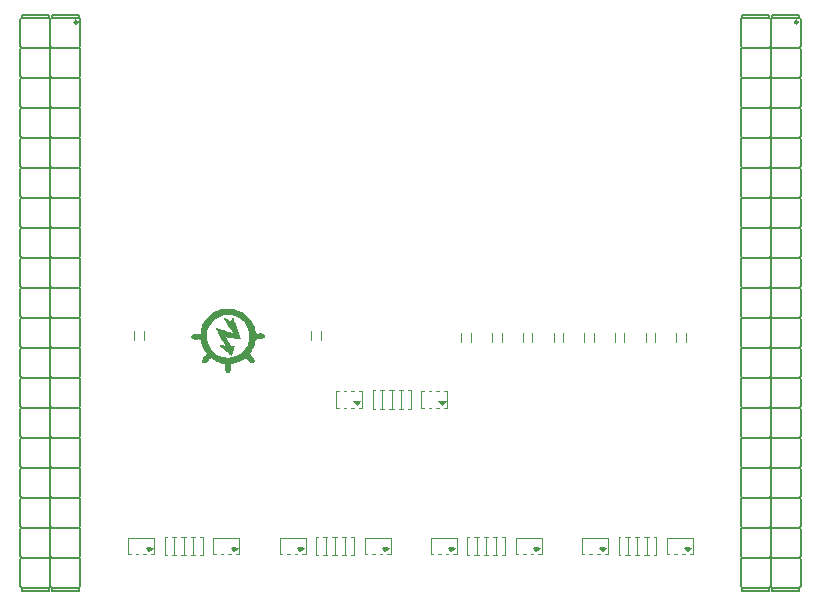
<source format=gbo>
G04 #@! TF.GenerationSoftware,KiCad,Pcbnew,(5.1.9)-1*
G04 #@! TF.CreationDate,2021-09-15T15:10:51+02:00*
G04 #@! TF.ProjectId,Shield-IO,53686965-6c64-42d4-994f-2e6b69636164,rev?*
G04 #@! TF.SameCoordinates,PXd59f80PYd59f80*
G04 #@! TF.FileFunction,Legend,Bot*
G04 #@! TF.FilePolarity,Positive*
%FSLAX46Y46*%
G04 Gerber Fmt 4.6, Leading zero omitted, Abs format (unit mm)*
G04 Created by KiCad (PCBNEW (5.1.9)-1) date 2021-09-15 15:10:51*
%MOMM*%
%LPD*%
G01*
G04 APERTURE LIST*
%ADD10C,0.010000*%
%ADD11C,0.080000*%
%ADD12C,0.150000*%
%ADD13C,0.060000*%
%ADD14C,0.250000*%
%ADD15C,0.070000*%
%ADD16C,0.030000*%
%ADD17R,0.350000X0.800000*%
%ADD18R,1.000000X0.700000*%
%ADD19C,1.400000*%
%ADD20C,1.600000*%
%ADD21R,0.450000X0.950000*%
G04 APERTURE END LIST*
D10*
G36*
X19324155Y-26502386D02*
G01*
X19220406Y-26511317D01*
X19207900Y-26512886D01*
X18968155Y-26556754D01*
X18737600Y-26623799D01*
X18517537Y-26713106D01*
X18309266Y-26823759D01*
X18114089Y-26954839D01*
X17933307Y-27105431D01*
X17768219Y-27274619D01*
X17620128Y-27461485D01*
X17490333Y-27665113D01*
X17439985Y-27758550D01*
X17372844Y-27904471D01*
X17313622Y-28061746D01*
X17264563Y-28222944D01*
X17227912Y-28380635D01*
X17205914Y-28527388D01*
X17205069Y-28536113D01*
X17197628Y-28615799D01*
X17129614Y-28615799D01*
X17090352Y-28616452D01*
X17070154Y-28620867D01*
X17062682Y-28632734D01*
X17061600Y-28655381D01*
X17059316Y-28682260D01*
X17048798Y-28689991D01*
X17033025Y-28687124D01*
X17008410Y-28681582D01*
X16965880Y-28673167D01*
X16912564Y-28663259D01*
X16881254Y-28657681D01*
X16802869Y-28646778D01*
X16737434Y-28645727D01*
X16676429Y-28655877D01*
X16611337Y-28678572D01*
X16540900Y-28711500D01*
X16468085Y-28754333D01*
X16420667Y-28797037D01*
X16398648Y-28839673D01*
X16402025Y-28882302D01*
X16430799Y-28924983D01*
X16484968Y-28967776D01*
X16537235Y-28997444D01*
X16625757Y-29036846D01*
X16705578Y-29058548D01*
X16784821Y-29063881D01*
X16871610Y-29054172D01*
X16877450Y-29053100D01*
X16931789Y-29042953D01*
X16982043Y-29033605D01*
X17018521Y-29026856D01*
X17022300Y-29026162D01*
X17051098Y-29023179D01*
X17058206Y-29029303D01*
X17056638Y-29032655D01*
X17054965Y-29054178D01*
X17061460Y-29072737D01*
X17074927Y-29088392D01*
X17098427Y-29096172D01*
X17139302Y-29098392D01*
X17142849Y-29098400D01*
X17210503Y-29098400D01*
X17219000Y-29170694D01*
X17235071Y-29266591D01*
X17261569Y-29377453D01*
X17296266Y-29496222D01*
X17336933Y-29615841D01*
X17381344Y-29729251D01*
X17426363Y-29827593D01*
X17474912Y-29917501D01*
X17534018Y-30016459D01*
X17597424Y-30114484D01*
X17658873Y-30201588D01*
X17669750Y-30216000D01*
X17732865Y-30298550D01*
X17693462Y-30339545D01*
X17669790Y-30365456D01*
X17662019Y-30381450D01*
X17668188Y-30395669D01*
X17677368Y-30406298D01*
X17692692Y-30426638D01*
X17695464Y-30437064D01*
X17683267Y-30445872D01*
X17654901Y-30465322D01*
X17615356Y-30492009D01*
X17592301Y-30507437D01*
X17542155Y-30543403D01*
X17494713Y-30581723D01*
X17458170Y-30615652D01*
X17450244Y-30624331D01*
X17409930Y-30683451D01*
X17374056Y-30757916D01*
X17346714Y-30837671D01*
X17331995Y-30912665D01*
X17331718Y-30915519D01*
X17328994Y-30957121D01*
X17332279Y-30982397D01*
X17344129Y-31000185D01*
X17360195Y-31013944D01*
X17394006Y-31033083D01*
X17427413Y-31041341D01*
X17428438Y-31041349D01*
X17486343Y-31033877D01*
X17555387Y-31014157D01*
X17627689Y-30985556D01*
X17695367Y-30951440D01*
X17750538Y-30915176D01*
X17774650Y-30893475D01*
X17797098Y-30866047D01*
X17827492Y-30824602D01*
X17860362Y-30776692D01*
X17870802Y-30760777D01*
X17933354Y-30664204D01*
X17963068Y-30688265D01*
X17982172Y-30702197D01*
X17996718Y-30703485D01*
X18015246Y-30690221D01*
X18033947Y-30672427D01*
X18075112Y-30632528D01*
X18212881Y-30723888D01*
X18405707Y-30839661D01*
X18604609Y-30934558D01*
X18813314Y-31009978D01*
X19035547Y-31067322D01*
X19211075Y-31098968D01*
X19258700Y-31106150D01*
X19258700Y-31175425D01*
X19259714Y-31215464D01*
X19264454Y-31236446D01*
X19275469Y-31244686D01*
X19287275Y-31246203D01*
X19314854Y-31246583D01*
X19326957Y-31245676D01*
X19332567Y-31254737D01*
X19330432Y-31279097D01*
X19310506Y-31376816D01*
X19297468Y-31454261D01*
X19290902Y-31515487D01*
X19290392Y-31564547D01*
X19295522Y-31605495D01*
X19296491Y-31610031D01*
X19312743Y-31664616D01*
X19337127Y-31724989D01*
X19366140Y-31784217D01*
X19396276Y-31835363D01*
X19424032Y-31871493D01*
X19432551Y-31879319D01*
X19478650Y-31902767D01*
X19524655Y-31900897D01*
X19569938Y-31873783D01*
X19582778Y-31861280D01*
X19610735Y-31823302D01*
X19641117Y-31768870D01*
X19670154Y-31706160D01*
X19694072Y-31643350D01*
X19709103Y-31588618D01*
X19709510Y-31586472D01*
X19711146Y-31551177D01*
X19707482Y-31498936D01*
X19699134Y-31437503D01*
X19696344Y-31421372D01*
X19684212Y-31353444D01*
X19676820Y-31306488D01*
X19674397Y-31276479D01*
X19677177Y-31259392D01*
X19685390Y-31251203D01*
X19699268Y-31247886D01*
X19706375Y-31247031D01*
X19726477Y-31243026D01*
X19736874Y-31232557D01*
X19740752Y-31208967D01*
X19741300Y-31174006D01*
X19743043Y-31136013D01*
X19747535Y-31110949D01*
X19751779Y-31105000D01*
X19767848Y-31102866D01*
X19803373Y-31097083D01*
X19852824Y-31088576D01*
X19901312Y-31079961D01*
X20133337Y-31026942D01*
X20352191Y-30953289D01*
X20561168Y-30857621D01*
X20763563Y-30738554D01*
X20841633Y-30685329D01*
X20945016Y-30612127D01*
X20993300Y-30661574D01*
X21021771Y-30689564D01*
X21040074Y-30701699D01*
X21055390Y-30700673D01*
X21071994Y-30691096D01*
X21094792Y-30678096D01*
X21105743Y-30675360D01*
X21113809Y-30687075D01*
X21132640Y-30714975D01*
X21158907Y-30754116D01*
X21173826Y-30776416D01*
X21233696Y-30857264D01*
X21293524Y-30918249D01*
X21358942Y-30964265D01*
X21427693Y-30997104D01*
X21517341Y-31027233D01*
X21589831Y-31039015D01*
X21645046Y-31032465D01*
X21682871Y-31007600D01*
X21703190Y-30964434D01*
X21704069Y-30960117D01*
X21704294Y-30911703D01*
X21691965Y-30849787D01*
X21669750Y-30781204D01*
X21640312Y-30712788D01*
X21606316Y-30651374D01*
X21570426Y-30603798D01*
X21561776Y-30595150D01*
X21534486Y-30572827D01*
X21493076Y-30542465D01*
X21444988Y-30509449D01*
X21427557Y-30498005D01*
X21381409Y-30467235D01*
X21354229Y-30446311D01*
X21343048Y-30432275D01*
X21344897Y-30422170D01*
X21348182Y-30418924D01*
X21364869Y-30394685D01*
X21359984Y-30365412D01*
X21332908Y-30328379D01*
X21325934Y-30320992D01*
X21300316Y-30290157D01*
X21294147Y-30269298D01*
X21297359Y-30261953D01*
X21382720Y-30143386D01*
X21453571Y-30037720D01*
X21513085Y-29939623D01*
X21564434Y-29843760D01*
X21610790Y-29744797D01*
X21626191Y-29708986D01*
X21706429Y-29488719D01*
X21765365Y-29260941D01*
X21791794Y-29108565D01*
X21800065Y-29048880D01*
X21866058Y-29045065D01*
X21904895Y-29041721D01*
X21925146Y-29035006D01*
X21933623Y-29021151D01*
X21936069Y-29006325D01*
X21939766Y-28986974D01*
X21948534Y-28976181D01*
X21967117Y-28973373D01*
X22000254Y-28977982D01*
X22052687Y-28989438D01*
X22060844Y-28991326D01*
X22119754Y-29002334D01*
X22182859Y-29010107D01*
X22223557Y-29012546D01*
X22292297Y-29007278D01*
X22362648Y-28990756D01*
X22430746Y-28965268D01*
X22492730Y-28933104D01*
X22544737Y-28896553D01*
X22582905Y-28857905D01*
X22603371Y-28819448D01*
X22603476Y-28803614D01*
X21350533Y-28803614D01*
X21338645Y-29013018D01*
X21302485Y-29221797D01*
X21263900Y-29362037D01*
X21187917Y-29561005D01*
X21090241Y-29747490D01*
X20970217Y-29922577D01*
X20827189Y-30087352D01*
X20823481Y-30091176D01*
X20671227Y-30233106D01*
X20510674Y-30353451D01*
X20339770Y-30453183D01*
X20156462Y-30533277D01*
X19958698Y-30594708D01*
X19744424Y-30638448D01*
X19639700Y-30652902D01*
X19587966Y-30655899D01*
X19518039Y-30655565D01*
X19436846Y-30652329D01*
X19351315Y-30646617D01*
X19268373Y-30638857D01*
X19194949Y-30629476D01*
X19158114Y-30623202D01*
X18946334Y-30569579D01*
X18745505Y-30493092D01*
X18556289Y-30394100D01*
X18379346Y-30272962D01*
X18215336Y-30130037D01*
X18175335Y-30089808D01*
X18031411Y-29923321D01*
X17909848Y-29745640D01*
X17811032Y-29558218D01*
X17735350Y-29362505D01*
X17683190Y-29159950D01*
X17654939Y-28952006D01*
X17650984Y-28740121D01*
X17671712Y-28525748D01*
X17709004Y-28342750D01*
X17773250Y-28140406D01*
X17860419Y-27947639D01*
X17969235Y-27766300D01*
X18098423Y-27598240D01*
X18246708Y-27445310D01*
X18412816Y-27309362D01*
X18428161Y-27298332D01*
X18599023Y-27189632D01*
X18777983Y-27101566D01*
X18969330Y-27032265D01*
X19141117Y-26987550D01*
X19232969Y-26972483D01*
X19342168Y-26962761D01*
X19461233Y-26958386D01*
X19582681Y-26959357D01*
X19699028Y-26965674D01*
X19802792Y-26977337D01*
X19858884Y-26987550D01*
X20076297Y-27047174D01*
X20278913Y-27127314D01*
X20467351Y-27228299D01*
X20642230Y-27350458D01*
X20795430Y-27485500D01*
X20939685Y-27644206D01*
X21063107Y-27816056D01*
X21165205Y-27999082D01*
X21245487Y-28191318D01*
X21303464Y-28390797D01*
X21338643Y-28595552D01*
X21350533Y-28803614D01*
X22603476Y-28803614D01*
X22603585Y-28787292D01*
X22578687Y-28744379D01*
X22531814Y-28702198D01*
X22466351Y-28662866D01*
X22385685Y-28628498D01*
X22314310Y-28606479D01*
X22282175Y-28598770D01*
X22252676Y-28594219D01*
X22221432Y-28593226D01*
X22184060Y-28596189D01*
X22136180Y-28603504D01*
X22073410Y-28615571D01*
X21991368Y-28632786D01*
X21966976Y-28638018D01*
X21947053Y-28638868D01*
X21939390Y-28625184D01*
X21938401Y-28604580D01*
X21937282Y-28581743D01*
X21929707Y-28569988D01*
X21909341Y-28565633D01*
X21870293Y-28565000D01*
X21802185Y-28565000D01*
X21786789Y-28466575D01*
X21750407Y-28276836D01*
X21701832Y-28101220D01*
X21638080Y-27930179D01*
X21577288Y-27796650D01*
X21459097Y-27582436D01*
X21322031Y-27384758D01*
X21167156Y-27204421D01*
X20995538Y-27042227D01*
X20808243Y-26898982D01*
X20606338Y-26775489D01*
X20390888Y-26672554D01*
X20162961Y-26590979D01*
X19923622Y-26531568D01*
X19891845Y-26525537D01*
X19797551Y-26512343D01*
X19685903Y-26503288D01*
X19564634Y-26498515D01*
X19441475Y-26498167D01*
X19324155Y-26502386D01*
G37*
X19324155Y-26502386D02*
X19220406Y-26511317D01*
X19207900Y-26512886D01*
X18968155Y-26556754D01*
X18737600Y-26623799D01*
X18517537Y-26713106D01*
X18309266Y-26823759D01*
X18114089Y-26954839D01*
X17933307Y-27105431D01*
X17768219Y-27274619D01*
X17620128Y-27461485D01*
X17490333Y-27665113D01*
X17439985Y-27758550D01*
X17372844Y-27904471D01*
X17313622Y-28061746D01*
X17264563Y-28222944D01*
X17227912Y-28380635D01*
X17205914Y-28527388D01*
X17205069Y-28536113D01*
X17197628Y-28615799D01*
X17129614Y-28615799D01*
X17090352Y-28616452D01*
X17070154Y-28620867D01*
X17062682Y-28632734D01*
X17061600Y-28655381D01*
X17059316Y-28682260D01*
X17048798Y-28689991D01*
X17033025Y-28687124D01*
X17008410Y-28681582D01*
X16965880Y-28673167D01*
X16912564Y-28663259D01*
X16881254Y-28657681D01*
X16802869Y-28646778D01*
X16737434Y-28645727D01*
X16676429Y-28655877D01*
X16611337Y-28678572D01*
X16540900Y-28711500D01*
X16468085Y-28754333D01*
X16420667Y-28797037D01*
X16398648Y-28839673D01*
X16402025Y-28882302D01*
X16430799Y-28924983D01*
X16484968Y-28967776D01*
X16537235Y-28997444D01*
X16625757Y-29036846D01*
X16705578Y-29058548D01*
X16784821Y-29063881D01*
X16871610Y-29054172D01*
X16877450Y-29053100D01*
X16931789Y-29042953D01*
X16982043Y-29033605D01*
X17018521Y-29026856D01*
X17022300Y-29026162D01*
X17051098Y-29023179D01*
X17058206Y-29029303D01*
X17056638Y-29032655D01*
X17054965Y-29054178D01*
X17061460Y-29072737D01*
X17074927Y-29088392D01*
X17098427Y-29096172D01*
X17139302Y-29098392D01*
X17142849Y-29098400D01*
X17210503Y-29098400D01*
X17219000Y-29170694D01*
X17235071Y-29266591D01*
X17261569Y-29377453D01*
X17296266Y-29496222D01*
X17336933Y-29615841D01*
X17381344Y-29729251D01*
X17426363Y-29827593D01*
X17474912Y-29917501D01*
X17534018Y-30016459D01*
X17597424Y-30114484D01*
X17658873Y-30201588D01*
X17669750Y-30216000D01*
X17732865Y-30298550D01*
X17693462Y-30339545D01*
X17669790Y-30365456D01*
X17662019Y-30381450D01*
X17668188Y-30395669D01*
X17677368Y-30406298D01*
X17692692Y-30426638D01*
X17695464Y-30437064D01*
X17683267Y-30445872D01*
X17654901Y-30465322D01*
X17615356Y-30492009D01*
X17592301Y-30507437D01*
X17542155Y-30543403D01*
X17494713Y-30581723D01*
X17458170Y-30615652D01*
X17450244Y-30624331D01*
X17409930Y-30683451D01*
X17374056Y-30757916D01*
X17346714Y-30837671D01*
X17331995Y-30912665D01*
X17331718Y-30915519D01*
X17328994Y-30957121D01*
X17332279Y-30982397D01*
X17344129Y-31000185D01*
X17360195Y-31013944D01*
X17394006Y-31033083D01*
X17427413Y-31041341D01*
X17428438Y-31041349D01*
X17486343Y-31033877D01*
X17555387Y-31014157D01*
X17627689Y-30985556D01*
X17695367Y-30951440D01*
X17750538Y-30915176D01*
X17774650Y-30893475D01*
X17797098Y-30866047D01*
X17827492Y-30824602D01*
X17860362Y-30776692D01*
X17870802Y-30760777D01*
X17933354Y-30664204D01*
X17963068Y-30688265D01*
X17982172Y-30702197D01*
X17996718Y-30703485D01*
X18015246Y-30690221D01*
X18033947Y-30672427D01*
X18075112Y-30632528D01*
X18212881Y-30723888D01*
X18405707Y-30839661D01*
X18604609Y-30934558D01*
X18813314Y-31009978D01*
X19035547Y-31067322D01*
X19211075Y-31098968D01*
X19258700Y-31106150D01*
X19258700Y-31175425D01*
X19259714Y-31215464D01*
X19264454Y-31236446D01*
X19275469Y-31244686D01*
X19287275Y-31246203D01*
X19314854Y-31246583D01*
X19326957Y-31245676D01*
X19332567Y-31254737D01*
X19330432Y-31279097D01*
X19310506Y-31376816D01*
X19297468Y-31454261D01*
X19290902Y-31515487D01*
X19290392Y-31564547D01*
X19295522Y-31605495D01*
X19296491Y-31610031D01*
X19312743Y-31664616D01*
X19337127Y-31724989D01*
X19366140Y-31784217D01*
X19396276Y-31835363D01*
X19424032Y-31871493D01*
X19432551Y-31879319D01*
X19478650Y-31902767D01*
X19524655Y-31900897D01*
X19569938Y-31873783D01*
X19582778Y-31861280D01*
X19610735Y-31823302D01*
X19641117Y-31768870D01*
X19670154Y-31706160D01*
X19694072Y-31643350D01*
X19709103Y-31588618D01*
X19709510Y-31586472D01*
X19711146Y-31551177D01*
X19707482Y-31498936D01*
X19699134Y-31437503D01*
X19696344Y-31421372D01*
X19684212Y-31353444D01*
X19676820Y-31306488D01*
X19674397Y-31276479D01*
X19677177Y-31259392D01*
X19685390Y-31251203D01*
X19699268Y-31247886D01*
X19706375Y-31247031D01*
X19726477Y-31243026D01*
X19736874Y-31232557D01*
X19740752Y-31208967D01*
X19741300Y-31174006D01*
X19743043Y-31136013D01*
X19747535Y-31110949D01*
X19751779Y-31105000D01*
X19767848Y-31102866D01*
X19803373Y-31097083D01*
X19852824Y-31088576D01*
X19901312Y-31079961D01*
X20133337Y-31026942D01*
X20352191Y-30953289D01*
X20561168Y-30857621D01*
X20763563Y-30738554D01*
X20841633Y-30685329D01*
X20945016Y-30612127D01*
X20993300Y-30661574D01*
X21021771Y-30689564D01*
X21040074Y-30701699D01*
X21055390Y-30700673D01*
X21071994Y-30691096D01*
X21094792Y-30678096D01*
X21105743Y-30675360D01*
X21113809Y-30687075D01*
X21132640Y-30714975D01*
X21158907Y-30754116D01*
X21173826Y-30776416D01*
X21233696Y-30857264D01*
X21293524Y-30918249D01*
X21358942Y-30964265D01*
X21427693Y-30997104D01*
X21517341Y-31027233D01*
X21589831Y-31039015D01*
X21645046Y-31032465D01*
X21682871Y-31007600D01*
X21703190Y-30964434D01*
X21704069Y-30960117D01*
X21704294Y-30911703D01*
X21691965Y-30849787D01*
X21669750Y-30781204D01*
X21640312Y-30712788D01*
X21606316Y-30651374D01*
X21570426Y-30603798D01*
X21561776Y-30595150D01*
X21534486Y-30572827D01*
X21493076Y-30542465D01*
X21444988Y-30509449D01*
X21427557Y-30498005D01*
X21381409Y-30467235D01*
X21354229Y-30446311D01*
X21343048Y-30432275D01*
X21344897Y-30422170D01*
X21348182Y-30418924D01*
X21364869Y-30394685D01*
X21359984Y-30365412D01*
X21332908Y-30328379D01*
X21325934Y-30320992D01*
X21300316Y-30290157D01*
X21294147Y-30269298D01*
X21297359Y-30261953D01*
X21382720Y-30143386D01*
X21453571Y-30037720D01*
X21513085Y-29939623D01*
X21564434Y-29843760D01*
X21610790Y-29744797D01*
X21626191Y-29708986D01*
X21706429Y-29488719D01*
X21765365Y-29260941D01*
X21791794Y-29108565D01*
X21800065Y-29048880D01*
X21866058Y-29045065D01*
X21904895Y-29041721D01*
X21925146Y-29035006D01*
X21933623Y-29021151D01*
X21936069Y-29006325D01*
X21939766Y-28986974D01*
X21948534Y-28976181D01*
X21967117Y-28973373D01*
X22000254Y-28977982D01*
X22052687Y-28989438D01*
X22060844Y-28991326D01*
X22119754Y-29002334D01*
X22182859Y-29010107D01*
X22223557Y-29012546D01*
X22292297Y-29007278D01*
X22362648Y-28990756D01*
X22430746Y-28965268D01*
X22492730Y-28933104D01*
X22544737Y-28896553D01*
X22582905Y-28857905D01*
X22603371Y-28819448D01*
X22603476Y-28803614D01*
X21350533Y-28803614D01*
X21338645Y-29013018D01*
X21302485Y-29221797D01*
X21263900Y-29362037D01*
X21187917Y-29561005D01*
X21090241Y-29747490D01*
X20970217Y-29922577D01*
X20827189Y-30087352D01*
X20823481Y-30091176D01*
X20671227Y-30233106D01*
X20510674Y-30353451D01*
X20339770Y-30453183D01*
X20156462Y-30533277D01*
X19958698Y-30594708D01*
X19744424Y-30638448D01*
X19639700Y-30652902D01*
X19587966Y-30655899D01*
X19518039Y-30655565D01*
X19436846Y-30652329D01*
X19351315Y-30646617D01*
X19268373Y-30638857D01*
X19194949Y-30629476D01*
X19158114Y-30623202D01*
X18946334Y-30569579D01*
X18745505Y-30493092D01*
X18556289Y-30394100D01*
X18379346Y-30272962D01*
X18215336Y-30130037D01*
X18175335Y-30089808D01*
X18031411Y-29923321D01*
X17909848Y-29745640D01*
X17811032Y-29558218D01*
X17735350Y-29362505D01*
X17683190Y-29159950D01*
X17654939Y-28952006D01*
X17650984Y-28740121D01*
X17671712Y-28525748D01*
X17709004Y-28342750D01*
X17773250Y-28140406D01*
X17860419Y-27947639D01*
X17969235Y-27766300D01*
X18098423Y-27598240D01*
X18246708Y-27445310D01*
X18412816Y-27309362D01*
X18428161Y-27298332D01*
X18599023Y-27189632D01*
X18777983Y-27101566D01*
X18969330Y-27032265D01*
X19141117Y-26987550D01*
X19232969Y-26972483D01*
X19342168Y-26962761D01*
X19461233Y-26958386D01*
X19582681Y-26959357D01*
X19699028Y-26965674D01*
X19802792Y-26977337D01*
X19858884Y-26987550D01*
X20076297Y-27047174D01*
X20278913Y-27127314D01*
X20467351Y-27228299D01*
X20642230Y-27350458D01*
X20795430Y-27485500D01*
X20939685Y-27644206D01*
X21063107Y-27816056D01*
X21165205Y-27999082D01*
X21245487Y-28191318D01*
X21303464Y-28390797D01*
X21338643Y-28595552D01*
X21350533Y-28803614D01*
X22603476Y-28803614D01*
X22603585Y-28787292D01*
X22578687Y-28744379D01*
X22531814Y-28702198D01*
X22466351Y-28662866D01*
X22385685Y-28628498D01*
X22314310Y-28606479D01*
X22282175Y-28598770D01*
X22252676Y-28594219D01*
X22221432Y-28593226D01*
X22184060Y-28596189D01*
X22136180Y-28603504D01*
X22073410Y-28615571D01*
X21991368Y-28632786D01*
X21966976Y-28638018D01*
X21947053Y-28638868D01*
X21939390Y-28625184D01*
X21938401Y-28604580D01*
X21937282Y-28581743D01*
X21929707Y-28569988D01*
X21909341Y-28565633D01*
X21870293Y-28565000D01*
X21802185Y-28565000D01*
X21786789Y-28466575D01*
X21750407Y-28276836D01*
X21701832Y-28101220D01*
X21638080Y-27930179D01*
X21577288Y-27796650D01*
X21459097Y-27582436D01*
X21322031Y-27384758D01*
X21167156Y-27204421D01*
X20995538Y-27042227D01*
X20808243Y-26898982D01*
X20606338Y-26775489D01*
X20390888Y-26672554D01*
X20162961Y-26590979D01*
X19923622Y-26531568D01*
X19891845Y-26525537D01*
X19797551Y-26512343D01*
X19685903Y-26503288D01*
X19564634Y-26498515D01*
X19441475Y-26498167D01*
X19324155Y-26502386D01*
G36*
X19213730Y-27311887D02*
G01*
X19209468Y-27321052D01*
X19210935Y-27330632D01*
X19219697Y-27348238D01*
X19242088Y-27386611D01*
X19277813Y-27445277D01*
X19326576Y-27523761D01*
X19388078Y-27621589D01*
X19462023Y-27738287D01*
X19548116Y-27873381D01*
X19646058Y-28026397D01*
X19653467Y-28037950D01*
X19716535Y-28136523D01*
X19777663Y-28232530D01*
X19835392Y-28323644D01*
X19888267Y-28407537D01*
X19934828Y-28481881D01*
X19973620Y-28544349D01*
X20003184Y-28592613D01*
X20022063Y-28624345D01*
X20028800Y-28637217D01*
X20028770Y-28637364D01*
X20016458Y-28634063D01*
X19982154Y-28623384D01*
X19927953Y-28606010D01*
X19855947Y-28582627D01*
X19768232Y-28553921D01*
X19666900Y-28520576D01*
X19554045Y-28483278D01*
X19431762Y-28442713D01*
X19302451Y-28399666D01*
X19172186Y-28356351D01*
X19048726Y-28315533D01*
X18934238Y-28277913D01*
X18830888Y-28244193D01*
X18740843Y-28215072D01*
X18666270Y-28191252D01*
X18609335Y-28173433D01*
X18572206Y-28162316D01*
X18557151Y-28158599D01*
X18538286Y-28167365D01*
X18534800Y-28177434D01*
X18540716Y-28192277D01*
X18557619Y-28226964D01*
X18584247Y-28279088D01*
X18619338Y-28346244D01*
X18661628Y-28426025D01*
X18709854Y-28516025D01*
X18762754Y-28613838D01*
X18793092Y-28669559D01*
X18890741Y-28848561D01*
X18976776Y-29006439D01*
X19051810Y-29144335D01*
X19116456Y-29263389D01*
X19171325Y-29364743D01*
X19217031Y-29449538D01*
X19254184Y-29518914D01*
X19283398Y-29574012D01*
X19305284Y-29615974D01*
X19320455Y-29645940D01*
X19329524Y-29665052D01*
X19333102Y-29674450D01*
X19333073Y-29675824D01*
X19319989Y-29674087D01*
X19286185Y-29666666D01*
X19235471Y-29654477D01*
X19171653Y-29638440D01*
X19098539Y-29619473D01*
X19088867Y-29616924D01*
X18999085Y-29593761D01*
X18931189Y-29577752D01*
X18882758Y-29568685D01*
X18851368Y-29566350D01*
X18834598Y-29570536D01*
X18830025Y-29581032D01*
X18833916Y-29594751D01*
X18845277Y-29607194D01*
X18873757Y-29633898D01*
X18917044Y-29672888D01*
X18972826Y-29722192D01*
X19038788Y-29779834D01*
X19112618Y-29843840D01*
X19192003Y-29912237D01*
X19274630Y-29983051D01*
X19358186Y-30054307D01*
X19440358Y-30124031D01*
X19518833Y-30190250D01*
X19591297Y-30250989D01*
X19655439Y-30304273D01*
X19708945Y-30348130D01*
X19749501Y-30380585D01*
X19774795Y-30399664D01*
X19782094Y-30403989D01*
X19802223Y-30397079D01*
X19809565Y-30384997D01*
X19862047Y-30210113D01*
X19906542Y-30059237D01*
X19943076Y-29932274D01*
X19971674Y-29829130D01*
X19992362Y-29749710D01*
X20005167Y-29693919D01*
X20010113Y-29661662D01*
X20008958Y-29653077D01*
X19990946Y-29648624D01*
X19952171Y-29651602D01*
X19891168Y-29662157D01*
X19865760Y-29667360D01*
X19811217Y-29677848D01*
X19766140Y-29684643D01*
X19736112Y-29687016D01*
X19726870Y-29685503D01*
X19717544Y-29671108D01*
X19698214Y-29637866D01*
X19670500Y-29588768D01*
X19636026Y-29526801D01*
X19596414Y-29454957D01*
X19553284Y-29376225D01*
X19508260Y-29293593D01*
X19462964Y-29210053D01*
X19419017Y-29128593D01*
X19378041Y-29052202D01*
X19341658Y-28983872D01*
X19311492Y-28926590D01*
X19289162Y-28883347D01*
X19276292Y-28857133D01*
X19273813Y-28850454D01*
X19286752Y-28851306D01*
X19321883Y-28855307D01*
X19376246Y-28862053D01*
X19446883Y-28871142D01*
X19530834Y-28882168D01*
X19625141Y-28894729D01*
X19726845Y-28908421D01*
X19832986Y-28922840D01*
X19940606Y-28937583D01*
X20046745Y-28952245D01*
X20148446Y-28966422D01*
X20242748Y-28979713D01*
X20326694Y-28991711D01*
X20397323Y-29002014D01*
X20451678Y-29010219D01*
X20486798Y-29015920D01*
X20487591Y-29016061D01*
X20520239Y-29017620D01*
X20535575Y-29006215D01*
X20536215Y-29004695D01*
X20533492Y-28989053D01*
X20522704Y-28952280D01*
X20504752Y-28897010D01*
X20480537Y-28825877D01*
X20450963Y-28741514D01*
X20416930Y-28646554D01*
X20379341Y-28543631D01*
X20365288Y-28505613D01*
X20319673Y-28382598D01*
X20270992Y-28251334D01*
X20221307Y-28117376D01*
X20172678Y-27986279D01*
X20127165Y-27863599D01*
X20086829Y-27754890D01*
X20060530Y-27684025D01*
X20027463Y-27595726D01*
X19996652Y-27514950D01*
X19969343Y-27444847D01*
X19946782Y-27388566D01*
X19930215Y-27349256D01*
X19920888Y-27330067D01*
X19920051Y-27328970D01*
X19903824Y-27323378D01*
X19885901Y-27338886D01*
X19865314Y-27376813D01*
X19842447Y-27434700D01*
X19824520Y-27483767D01*
X19807434Y-27529193D01*
X19796310Y-27557588D01*
X19779842Y-27597926D01*
X19516096Y-27452976D01*
X19422671Y-27402078D01*
X19349146Y-27363211D01*
X19293505Y-27335566D01*
X19253733Y-27318336D01*
X19227813Y-27310713D01*
X19213730Y-27311887D01*
G37*
X19213730Y-27311887D02*
X19209468Y-27321052D01*
X19210935Y-27330632D01*
X19219697Y-27348238D01*
X19242088Y-27386611D01*
X19277813Y-27445277D01*
X19326576Y-27523761D01*
X19388078Y-27621589D01*
X19462023Y-27738287D01*
X19548116Y-27873381D01*
X19646058Y-28026397D01*
X19653467Y-28037950D01*
X19716535Y-28136523D01*
X19777663Y-28232530D01*
X19835392Y-28323644D01*
X19888267Y-28407537D01*
X19934828Y-28481881D01*
X19973620Y-28544349D01*
X20003184Y-28592613D01*
X20022063Y-28624345D01*
X20028800Y-28637217D01*
X20028770Y-28637364D01*
X20016458Y-28634063D01*
X19982154Y-28623384D01*
X19927953Y-28606010D01*
X19855947Y-28582627D01*
X19768232Y-28553921D01*
X19666900Y-28520576D01*
X19554045Y-28483278D01*
X19431762Y-28442713D01*
X19302451Y-28399666D01*
X19172186Y-28356351D01*
X19048726Y-28315533D01*
X18934238Y-28277913D01*
X18830888Y-28244193D01*
X18740843Y-28215072D01*
X18666270Y-28191252D01*
X18609335Y-28173433D01*
X18572206Y-28162316D01*
X18557151Y-28158599D01*
X18538286Y-28167365D01*
X18534800Y-28177434D01*
X18540716Y-28192277D01*
X18557619Y-28226964D01*
X18584247Y-28279088D01*
X18619338Y-28346244D01*
X18661628Y-28426025D01*
X18709854Y-28516025D01*
X18762754Y-28613838D01*
X18793092Y-28669559D01*
X18890741Y-28848561D01*
X18976776Y-29006439D01*
X19051810Y-29144335D01*
X19116456Y-29263389D01*
X19171325Y-29364743D01*
X19217031Y-29449538D01*
X19254184Y-29518914D01*
X19283398Y-29574012D01*
X19305284Y-29615974D01*
X19320455Y-29645940D01*
X19329524Y-29665052D01*
X19333102Y-29674450D01*
X19333073Y-29675824D01*
X19319989Y-29674087D01*
X19286185Y-29666666D01*
X19235471Y-29654477D01*
X19171653Y-29638440D01*
X19098539Y-29619473D01*
X19088867Y-29616924D01*
X18999085Y-29593761D01*
X18931189Y-29577752D01*
X18882758Y-29568685D01*
X18851368Y-29566350D01*
X18834598Y-29570536D01*
X18830025Y-29581032D01*
X18833916Y-29594751D01*
X18845277Y-29607194D01*
X18873757Y-29633898D01*
X18917044Y-29672888D01*
X18972826Y-29722192D01*
X19038788Y-29779834D01*
X19112618Y-29843840D01*
X19192003Y-29912237D01*
X19274630Y-29983051D01*
X19358186Y-30054307D01*
X19440358Y-30124031D01*
X19518833Y-30190250D01*
X19591297Y-30250989D01*
X19655439Y-30304273D01*
X19708945Y-30348130D01*
X19749501Y-30380585D01*
X19774795Y-30399664D01*
X19782094Y-30403989D01*
X19802223Y-30397079D01*
X19809565Y-30384997D01*
X19862047Y-30210113D01*
X19906542Y-30059237D01*
X19943076Y-29932274D01*
X19971674Y-29829130D01*
X19992362Y-29749710D01*
X20005167Y-29693919D01*
X20010113Y-29661662D01*
X20008958Y-29653077D01*
X19990946Y-29648624D01*
X19952171Y-29651602D01*
X19891168Y-29662157D01*
X19865760Y-29667360D01*
X19811217Y-29677848D01*
X19766140Y-29684643D01*
X19736112Y-29687016D01*
X19726870Y-29685503D01*
X19717544Y-29671108D01*
X19698214Y-29637866D01*
X19670500Y-29588768D01*
X19636026Y-29526801D01*
X19596414Y-29454957D01*
X19553284Y-29376225D01*
X19508260Y-29293593D01*
X19462964Y-29210053D01*
X19419017Y-29128593D01*
X19378041Y-29052202D01*
X19341658Y-28983872D01*
X19311492Y-28926590D01*
X19289162Y-28883347D01*
X19276292Y-28857133D01*
X19273813Y-28850454D01*
X19286752Y-28851306D01*
X19321883Y-28855307D01*
X19376246Y-28862053D01*
X19446883Y-28871142D01*
X19530834Y-28882168D01*
X19625141Y-28894729D01*
X19726845Y-28908421D01*
X19832986Y-28922840D01*
X19940606Y-28937583D01*
X20046745Y-28952245D01*
X20148446Y-28966422D01*
X20242748Y-28979713D01*
X20326694Y-28991711D01*
X20397323Y-29002014D01*
X20451678Y-29010219D01*
X20486798Y-29015920D01*
X20487591Y-29016061D01*
X20520239Y-29017620D01*
X20535575Y-29006215D01*
X20536215Y-29004695D01*
X20533492Y-28989053D01*
X20522704Y-28952280D01*
X20504752Y-28897010D01*
X20480537Y-28825877D01*
X20450963Y-28741514D01*
X20416930Y-28646554D01*
X20379341Y-28543631D01*
X20365288Y-28505613D01*
X20319673Y-28382598D01*
X20270992Y-28251334D01*
X20221307Y-28117376D01*
X20172678Y-27986279D01*
X20127165Y-27863599D01*
X20086829Y-27754890D01*
X20060530Y-27684025D01*
X20027463Y-27595726D01*
X19996652Y-27514950D01*
X19969343Y-27444847D01*
X19946782Y-27388566D01*
X19930215Y-27349256D01*
X19920888Y-27330067D01*
X19920051Y-27328970D01*
X19903824Y-27323378D01*
X19885901Y-27338886D01*
X19865314Y-27376813D01*
X19842447Y-27434700D01*
X19824520Y-27483767D01*
X19807434Y-27529193D01*
X19796310Y-27557588D01*
X19779842Y-27597926D01*
X19516096Y-27452976D01*
X19422671Y-27402078D01*
X19349146Y-27363211D01*
X19293505Y-27335566D01*
X19253733Y-27318336D01*
X19227813Y-27310713D01*
X19213730Y-27311887D01*
D11*
X28700000Y-33500000D02*
X28700000Y-34900000D01*
X30900000Y-33500000D02*
X28700000Y-33500000D01*
X30900000Y-34900000D02*
X30900000Y-33500000D01*
X28700000Y-34900000D02*
X30900000Y-34900000D01*
X30150000Y-34350000D02*
X30450000Y-34650000D01*
X30750000Y-34350000D02*
X30150000Y-34350000D01*
X30450000Y-34650000D02*
X30750000Y-34350000D01*
D12*
X30450000Y-34600000D02*
X30450000Y-34400000D01*
X30250000Y-34400000D02*
X30450000Y-34600000D01*
X30650000Y-34400000D02*
X30250000Y-34400000D01*
X30450000Y-34600000D02*
X30650000Y-34400000D01*
D11*
X35900000Y-33500000D02*
X35900000Y-34900000D01*
X38100000Y-33500000D02*
X35900000Y-33500000D01*
X38100000Y-34900000D02*
X38100000Y-33500000D01*
X35900000Y-34900000D02*
X38100000Y-34900000D01*
X37350000Y-34350000D02*
X37650000Y-34650000D01*
X37950000Y-34350000D02*
X37350000Y-34350000D01*
X37650000Y-34650000D02*
X37950000Y-34350000D01*
D12*
X37650000Y-34600000D02*
X37650000Y-34400000D01*
X37450000Y-34400000D02*
X37650000Y-34600000D01*
X37850000Y-34400000D02*
X37450000Y-34400000D01*
X37650000Y-34600000D02*
X37850000Y-34400000D01*
D11*
X11100000Y-45900000D02*
X11100000Y-47300000D01*
X13300000Y-45900000D02*
X11100000Y-45900000D01*
X13300000Y-47300000D02*
X13300000Y-45900000D01*
X11100000Y-47300000D02*
X13300000Y-47300000D01*
X12550000Y-46750000D02*
X12850000Y-47050000D01*
X13150000Y-46750000D02*
X12550000Y-46750000D01*
X12850000Y-47050000D02*
X13150000Y-46750000D01*
D12*
X12850000Y-47000000D02*
X12850000Y-46800000D01*
X12650000Y-46800000D02*
X12850000Y-47000000D01*
X13050000Y-46800000D02*
X12650000Y-46800000D01*
X12850000Y-47000000D02*
X13050000Y-46800000D01*
D11*
X18300000Y-45900000D02*
X18300000Y-47300000D01*
X20500000Y-45900000D02*
X18300000Y-45900000D01*
X20500000Y-47300000D02*
X20500000Y-45900000D01*
X18300000Y-47300000D02*
X20500000Y-47300000D01*
X19750000Y-46750000D02*
X20050000Y-47050000D01*
X20350000Y-46750000D02*
X19750000Y-46750000D01*
X20050000Y-47050000D02*
X20350000Y-46750000D01*
D12*
X20050000Y-47000000D02*
X20050000Y-46800000D01*
X19850000Y-46800000D02*
X20050000Y-47000000D01*
X20250000Y-46800000D02*
X19850000Y-46800000D01*
X20050000Y-47000000D02*
X20250000Y-46800000D01*
D11*
X23900000Y-45900000D02*
X23900000Y-47300000D01*
X26100000Y-45900000D02*
X23900000Y-45900000D01*
X26100000Y-47300000D02*
X26100000Y-45900000D01*
X23900000Y-47300000D02*
X26100000Y-47300000D01*
X25350000Y-46750000D02*
X25650000Y-47050000D01*
X25950000Y-46750000D02*
X25350000Y-46750000D01*
X25650000Y-47050000D02*
X25950000Y-46750000D01*
D12*
X25650000Y-47000000D02*
X25650000Y-46800000D01*
X25450000Y-46800000D02*
X25650000Y-47000000D01*
X25850000Y-46800000D02*
X25450000Y-46800000D01*
X25650000Y-47000000D02*
X25850000Y-46800000D01*
D11*
X31100000Y-45900000D02*
X31100000Y-47300000D01*
X33300000Y-45900000D02*
X31100000Y-45900000D01*
X33300000Y-47300000D02*
X33300000Y-45900000D01*
X31100000Y-47300000D02*
X33300000Y-47300000D01*
X32550000Y-46750000D02*
X32850000Y-47050000D01*
X33150000Y-46750000D02*
X32550000Y-46750000D01*
X32850000Y-47050000D02*
X33150000Y-46750000D01*
D12*
X32850000Y-47000000D02*
X32850000Y-46800000D01*
X32650000Y-46800000D02*
X32850000Y-47000000D01*
X33050000Y-46800000D02*
X32650000Y-46800000D01*
X32850000Y-47000000D02*
X33050000Y-46800000D01*
D11*
X36700000Y-45900000D02*
X36700000Y-47300000D01*
X38900000Y-45900000D02*
X36700000Y-45900000D01*
X38900000Y-47300000D02*
X38900000Y-45900000D01*
X36700000Y-47300000D02*
X38900000Y-47300000D01*
X38150000Y-46750000D02*
X38450000Y-47050000D01*
X38750000Y-46750000D02*
X38150000Y-46750000D01*
X38450000Y-47050000D02*
X38750000Y-46750000D01*
D12*
X38450000Y-47000000D02*
X38450000Y-46800000D01*
X38250000Y-46800000D02*
X38450000Y-47000000D01*
X38650000Y-46800000D02*
X38250000Y-46800000D01*
X38450000Y-47000000D02*
X38650000Y-46800000D01*
D11*
X43900000Y-45900000D02*
X43900000Y-47300000D01*
X46100000Y-45900000D02*
X43900000Y-45900000D01*
X46100000Y-47300000D02*
X46100000Y-45900000D01*
X43900000Y-47300000D02*
X46100000Y-47300000D01*
X45350000Y-46750000D02*
X45650000Y-47050000D01*
X45950000Y-46750000D02*
X45350000Y-46750000D01*
X45650000Y-47050000D02*
X45950000Y-46750000D01*
D12*
X45650000Y-47000000D02*
X45650000Y-46800000D01*
X45450000Y-46800000D02*
X45650000Y-47000000D01*
X45850000Y-46800000D02*
X45450000Y-46800000D01*
X45650000Y-47000000D02*
X45850000Y-46800000D01*
D11*
X49500000Y-45900000D02*
X49500000Y-47300000D01*
X51700000Y-45900000D02*
X49500000Y-45900000D01*
X51700000Y-47300000D02*
X51700000Y-45900000D01*
X49500000Y-47300000D02*
X51700000Y-47300000D01*
X50950000Y-46750000D02*
X51250000Y-47050000D01*
X51550000Y-46750000D02*
X50950000Y-46750000D01*
X51250000Y-47050000D02*
X51550000Y-46750000D01*
D12*
X51250000Y-47000000D02*
X51250000Y-46800000D01*
X51050000Y-46800000D02*
X51250000Y-47000000D01*
X51450000Y-46800000D02*
X51050000Y-46800000D01*
X51250000Y-47000000D02*
X51450000Y-46800000D01*
D11*
X56700000Y-45900000D02*
X56700000Y-47300000D01*
X58900000Y-45900000D02*
X56700000Y-45900000D01*
X58900000Y-47300000D02*
X58900000Y-45900000D01*
X56700000Y-47300000D02*
X58900000Y-47300000D01*
X58150000Y-46750000D02*
X58450000Y-47050000D01*
X58750000Y-46750000D02*
X58150000Y-46750000D01*
X58450000Y-47050000D02*
X58750000Y-46750000D01*
D12*
X58450000Y-47000000D02*
X58450000Y-46800000D01*
X58250000Y-46800000D02*
X58450000Y-47000000D01*
X58650000Y-46800000D02*
X58250000Y-46800000D01*
X58450000Y-47000000D02*
X58650000Y-46800000D01*
D13*
X57500000Y-29500000D02*
X58300000Y-29500000D01*
X58300000Y-29800000D02*
X57500000Y-29800000D01*
X58300000Y-29750000D02*
X57500000Y-29750000D01*
X57500000Y-29550000D02*
X58300000Y-29550000D01*
X57500000Y-29600000D02*
X58300000Y-29600000D01*
X58300000Y-29650000D02*
X57500000Y-29650000D01*
X57500000Y-29700000D02*
X58300000Y-29700000D01*
X57500000Y-28400000D02*
X58300000Y-28400000D01*
X58300000Y-28350000D02*
X57500000Y-28350000D01*
X57500000Y-28300000D02*
X58300000Y-28300000D01*
X57500000Y-28250000D02*
X58300000Y-28250000D01*
X58300000Y-28450000D02*
X57500000Y-28450000D01*
X58300000Y-29500000D02*
X57500000Y-29500000D01*
X58300000Y-28500000D02*
X57500000Y-28500000D01*
X57500000Y-29800000D02*
X57500000Y-28200000D01*
X57500000Y-28200000D02*
X58300000Y-28200000D01*
X58300000Y-28200000D02*
X58300000Y-29800000D01*
X58300000Y-29800000D02*
X57500000Y-29800000D01*
X54900000Y-29500000D02*
X55700000Y-29500000D01*
X55700000Y-29800000D02*
X54900000Y-29800000D01*
X55700000Y-29750000D02*
X54900000Y-29750000D01*
X54900000Y-29550000D02*
X55700000Y-29550000D01*
X54900000Y-29600000D02*
X55700000Y-29600000D01*
X55700000Y-29650000D02*
X54900000Y-29650000D01*
X54900000Y-29700000D02*
X55700000Y-29700000D01*
X54900000Y-28400000D02*
X55700000Y-28400000D01*
X55700000Y-28350000D02*
X54900000Y-28350000D01*
X54900000Y-28300000D02*
X55700000Y-28300000D01*
X54900000Y-28250000D02*
X55700000Y-28250000D01*
X55700000Y-28450000D02*
X54900000Y-28450000D01*
X55700000Y-29500000D02*
X54900000Y-29500000D01*
X55700000Y-28500000D02*
X54900000Y-28500000D01*
X54900000Y-29800000D02*
X54900000Y-28200000D01*
X54900000Y-28200000D02*
X55700000Y-28200000D01*
X55700000Y-28200000D02*
X55700000Y-29800000D01*
X55700000Y-29800000D02*
X54900000Y-29800000D01*
X52300000Y-29500000D02*
X53100000Y-29500000D01*
X53100000Y-29800000D02*
X52300000Y-29800000D01*
X53100000Y-29750000D02*
X52300000Y-29750000D01*
X52300000Y-29550000D02*
X53100000Y-29550000D01*
X52300000Y-29600000D02*
X53100000Y-29600000D01*
X53100000Y-29650000D02*
X52300000Y-29650000D01*
X52300000Y-29700000D02*
X53100000Y-29700000D01*
X52300000Y-28400000D02*
X53100000Y-28400000D01*
X53100000Y-28350000D02*
X52300000Y-28350000D01*
X52300000Y-28300000D02*
X53100000Y-28300000D01*
X52300000Y-28250000D02*
X53100000Y-28250000D01*
X53100000Y-28450000D02*
X52300000Y-28450000D01*
X53100000Y-29500000D02*
X52300000Y-29500000D01*
X53100000Y-28500000D02*
X52300000Y-28500000D01*
X52300000Y-29800000D02*
X52300000Y-28200000D01*
X52300000Y-28200000D02*
X53100000Y-28200000D01*
X53100000Y-28200000D02*
X53100000Y-29800000D01*
X53100000Y-29800000D02*
X52300000Y-29800000D01*
X49700000Y-29500000D02*
X50500000Y-29500000D01*
X50500000Y-29800000D02*
X49700000Y-29800000D01*
X50500000Y-29750000D02*
X49700000Y-29750000D01*
X49700000Y-29550000D02*
X50500000Y-29550000D01*
X49700000Y-29600000D02*
X50500000Y-29600000D01*
X50500000Y-29650000D02*
X49700000Y-29650000D01*
X49700000Y-29700000D02*
X50500000Y-29700000D01*
X49700000Y-28400000D02*
X50500000Y-28400000D01*
X50500000Y-28350000D02*
X49700000Y-28350000D01*
X49700000Y-28300000D02*
X50500000Y-28300000D01*
X49700000Y-28250000D02*
X50500000Y-28250000D01*
X50500000Y-28450000D02*
X49700000Y-28450000D01*
X50500000Y-29500000D02*
X49700000Y-29500000D01*
X50500000Y-28500000D02*
X49700000Y-28500000D01*
X49700000Y-29800000D02*
X49700000Y-28200000D01*
X49700000Y-28200000D02*
X50500000Y-28200000D01*
X50500000Y-28200000D02*
X50500000Y-29800000D01*
X50500000Y-29800000D02*
X49700000Y-29800000D01*
X47100000Y-29500000D02*
X47900000Y-29500000D01*
X47900000Y-29800000D02*
X47100000Y-29800000D01*
X47900000Y-29750000D02*
X47100000Y-29750000D01*
X47100000Y-29550000D02*
X47900000Y-29550000D01*
X47100000Y-29600000D02*
X47900000Y-29600000D01*
X47900000Y-29650000D02*
X47100000Y-29650000D01*
X47100000Y-29700000D02*
X47900000Y-29700000D01*
X47100000Y-28400000D02*
X47900000Y-28400000D01*
X47900000Y-28350000D02*
X47100000Y-28350000D01*
X47100000Y-28300000D02*
X47900000Y-28300000D01*
X47100000Y-28250000D02*
X47900000Y-28250000D01*
X47900000Y-28450000D02*
X47100000Y-28450000D01*
X47900000Y-29500000D02*
X47100000Y-29500000D01*
X47900000Y-28500000D02*
X47100000Y-28500000D01*
X47100000Y-29800000D02*
X47100000Y-28200000D01*
X47100000Y-28200000D02*
X47900000Y-28200000D01*
X47900000Y-28200000D02*
X47900000Y-29800000D01*
X47900000Y-29800000D02*
X47100000Y-29800000D01*
X44500000Y-29500000D02*
X45300000Y-29500000D01*
X45300000Y-29800000D02*
X44500000Y-29800000D01*
X45300000Y-29750000D02*
X44500000Y-29750000D01*
X44500000Y-29550000D02*
X45300000Y-29550000D01*
X44500000Y-29600000D02*
X45300000Y-29600000D01*
X45300000Y-29650000D02*
X44500000Y-29650000D01*
X44500000Y-29700000D02*
X45300000Y-29700000D01*
X44500000Y-28400000D02*
X45300000Y-28400000D01*
X45300000Y-28350000D02*
X44500000Y-28350000D01*
X44500000Y-28300000D02*
X45300000Y-28300000D01*
X44500000Y-28250000D02*
X45300000Y-28250000D01*
X45300000Y-28450000D02*
X44500000Y-28450000D01*
X45300000Y-29500000D02*
X44500000Y-29500000D01*
X45300000Y-28500000D02*
X44500000Y-28500000D01*
X44500000Y-29800000D02*
X44500000Y-28200000D01*
X44500000Y-28200000D02*
X45300000Y-28200000D01*
X45300000Y-28200000D02*
X45300000Y-29800000D01*
X45300000Y-29800000D02*
X44500000Y-29800000D01*
X41900000Y-29500000D02*
X42700000Y-29500000D01*
X42700000Y-29800000D02*
X41900000Y-29800000D01*
X42700000Y-29750000D02*
X41900000Y-29750000D01*
X41900000Y-29550000D02*
X42700000Y-29550000D01*
X41900000Y-29600000D02*
X42700000Y-29600000D01*
X42700000Y-29650000D02*
X41900000Y-29650000D01*
X41900000Y-29700000D02*
X42700000Y-29700000D01*
X41900000Y-28400000D02*
X42700000Y-28400000D01*
X42700000Y-28350000D02*
X41900000Y-28350000D01*
X41900000Y-28300000D02*
X42700000Y-28300000D01*
X41900000Y-28250000D02*
X42700000Y-28250000D01*
X42700000Y-28450000D02*
X41900000Y-28450000D01*
X42700000Y-29500000D02*
X41900000Y-29500000D01*
X42700000Y-28500000D02*
X41900000Y-28500000D01*
X41900000Y-29800000D02*
X41900000Y-28200000D01*
X41900000Y-28200000D02*
X42700000Y-28200000D01*
X42700000Y-28200000D02*
X42700000Y-29800000D01*
X42700000Y-29800000D02*
X41900000Y-29800000D01*
X39300000Y-29500000D02*
X40100000Y-29500000D01*
X40100000Y-29800000D02*
X39300000Y-29800000D01*
X40100000Y-29750000D02*
X39300000Y-29750000D01*
X39300000Y-29550000D02*
X40100000Y-29550000D01*
X39300000Y-29600000D02*
X40100000Y-29600000D01*
X40100000Y-29650000D02*
X39300000Y-29650000D01*
X39300000Y-29700000D02*
X40100000Y-29700000D01*
X39300000Y-28400000D02*
X40100000Y-28400000D01*
X40100000Y-28350000D02*
X39300000Y-28350000D01*
X39300000Y-28300000D02*
X40100000Y-28300000D01*
X39300000Y-28250000D02*
X40100000Y-28250000D01*
X40100000Y-28450000D02*
X39300000Y-28450000D01*
X40100000Y-29500000D02*
X39300000Y-29500000D01*
X40100000Y-28500000D02*
X39300000Y-28500000D01*
X39300000Y-29800000D02*
X39300000Y-28200000D01*
X39300000Y-28200000D02*
X40100000Y-28200000D01*
X40100000Y-28200000D02*
X40100000Y-29800000D01*
X40100000Y-29800000D02*
X39300000Y-29800000D01*
X26600000Y-29300000D02*
X27400000Y-29300000D01*
X27400000Y-29600000D02*
X26600000Y-29600000D01*
X27400000Y-29550000D02*
X26600000Y-29550000D01*
X26600000Y-29350000D02*
X27400000Y-29350000D01*
X26600000Y-29400000D02*
X27400000Y-29400000D01*
X27400000Y-29450000D02*
X26600000Y-29450000D01*
X26600000Y-29500000D02*
X27400000Y-29500000D01*
X26600000Y-28200000D02*
X27400000Y-28200000D01*
X27400000Y-28150000D02*
X26600000Y-28150000D01*
X26600000Y-28100000D02*
X27400000Y-28100000D01*
X26600000Y-28050000D02*
X27400000Y-28050000D01*
X27400000Y-28250000D02*
X26600000Y-28250000D01*
X27400000Y-29300000D02*
X26600000Y-29300000D01*
X27400000Y-28300000D02*
X26600000Y-28300000D01*
X26600000Y-29600000D02*
X26600000Y-28000000D01*
X26600000Y-28000000D02*
X27400000Y-28000000D01*
X27400000Y-28000000D02*
X27400000Y-29600000D01*
X27400000Y-29600000D02*
X26600000Y-29600000D01*
X11600000Y-29300000D02*
X12400000Y-29300000D01*
X12400000Y-29600000D02*
X11600000Y-29600000D01*
X12400000Y-29550000D02*
X11600000Y-29550000D01*
X11600000Y-29350000D02*
X12400000Y-29350000D01*
X11600000Y-29400000D02*
X12400000Y-29400000D01*
X12400000Y-29450000D02*
X11600000Y-29450000D01*
X11600000Y-29500000D02*
X12400000Y-29500000D01*
X11600000Y-28200000D02*
X12400000Y-28200000D01*
X12400000Y-28150000D02*
X11600000Y-28150000D01*
X11600000Y-28100000D02*
X12400000Y-28100000D01*
X11600000Y-28050000D02*
X12400000Y-28050000D01*
X12400000Y-28250000D02*
X11600000Y-28250000D01*
X12400000Y-29300000D02*
X11600000Y-29300000D01*
X12400000Y-28300000D02*
X11600000Y-28300000D01*
X11600000Y-29600000D02*
X11600000Y-28000000D01*
X11600000Y-28000000D02*
X12400000Y-28000000D01*
X12400000Y-28000000D02*
X12400000Y-29600000D01*
X12400000Y-29600000D02*
X11600000Y-29600000D01*
D12*
X1960000Y-1997000D02*
X2087000Y-1870000D01*
X6913000Y-4410000D02*
X7040000Y-4283000D01*
X1960000Y-4283000D02*
X1960000Y-1997000D01*
X4500000Y-4283000D02*
X4500000Y-1997000D01*
X4500000Y-1997000D02*
X4373000Y-1870000D01*
X4627000Y-1870000D02*
X6913000Y-1870000D01*
X4500000Y-4283000D02*
X4627000Y-4410000D01*
X2087000Y-1870000D02*
X4373000Y-1870000D01*
X4627000Y-4410000D02*
X6913000Y-4410000D01*
X7040000Y-1997000D02*
X6913000Y-1870000D01*
X4500000Y-1997000D02*
X4627000Y-1870000D01*
X7040000Y-4283000D02*
X7040000Y-1997000D01*
X6913000Y-1870000D02*
X6913000Y-1616000D01*
X7040000Y-4537000D02*
X6913000Y-4410000D01*
X4627000Y-6950000D02*
X6913000Y-6950000D01*
X7040000Y-9363000D02*
X7040000Y-7077000D01*
X4500000Y-9617000D02*
X4373000Y-9490000D01*
X7040000Y-7077000D02*
X6913000Y-6950000D01*
X4500000Y-7077000D02*
X4627000Y-6950000D01*
X4500000Y-12157000D02*
X4627000Y-12030000D01*
X1960000Y-14443000D02*
X1960000Y-12157000D01*
X4500000Y-14443000D02*
X4373000Y-14570000D01*
X1960000Y-11903000D02*
X1960000Y-9617000D01*
X2087000Y-14570000D02*
X1960000Y-14443000D01*
X2087000Y-1616000D02*
X2087000Y-1870000D01*
X4500000Y-6823000D02*
X4627000Y-6950000D01*
X4500000Y-4537000D02*
X4627000Y-4410000D01*
X4500000Y-6823000D02*
X4373000Y-6950000D01*
X4373000Y-9490000D02*
X2087000Y-9490000D01*
X1960000Y-7077000D02*
X2087000Y-6950000D01*
X4500000Y-14697000D02*
X4627000Y-14570000D01*
D14*
X6786000Y-2251000D02*
G75*
G03*
X6786000Y-2251000I-127000J0D01*
G01*
D12*
X6913000Y-6950000D02*
X7040000Y-6823000D01*
X4500000Y-4537000D02*
X4373000Y-4410000D01*
X6913000Y-9490000D02*
X7040000Y-9363000D01*
X7040000Y-12157000D02*
X6913000Y-12030000D01*
X1960000Y-6823000D02*
X1960000Y-4537000D01*
X4373000Y-6950000D02*
X2087000Y-6950000D01*
X4500000Y-9363000D02*
X4373000Y-9490000D01*
X7040000Y-11903000D02*
X7040000Y-9617000D01*
X7040000Y-9617000D02*
X6913000Y-9490000D01*
X4627000Y-12030000D02*
X6913000Y-12030000D01*
X4500000Y-6823000D02*
X4500000Y-4537000D01*
X2087000Y-12030000D02*
X1960000Y-11903000D01*
X4500000Y-9363000D02*
X4627000Y-9490000D01*
X6913000Y-14570000D02*
X7040000Y-14443000D01*
X7040000Y-16983000D02*
X7040000Y-14697000D01*
X7040000Y-6823000D02*
X7040000Y-4537000D01*
X7040000Y-14443000D02*
X7040000Y-12157000D01*
X1960000Y-4537000D02*
X2087000Y-4410000D01*
X4627000Y-9490000D02*
X6913000Y-9490000D01*
X4500000Y-11903000D02*
X4373000Y-12030000D01*
X7040000Y-14697000D02*
X6913000Y-14570000D01*
X4500000Y-9363000D02*
X4500000Y-7077000D01*
X1960000Y-9363000D02*
X1960000Y-7077000D01*
X4500000Y-14443000D02*
X4500000Y-12157000D01*
X4500000Y-16983000D02*
X4500000Y-14697000D01*
X2087000Y-9490000D02*
X1960000Y-9363000D01*
X4500000Y-9617000D02*
X4627000Y-9490000D01*
X4373000Y-14570000D02*
X2087000Y-14570000D01*
X6913000Y-12030000D02*
X7040000Y-11903000D01*
X4500000Y-11903000D02*
X4627000Y-12030000D01*
X1960000Y-9617000D02*
X2087000Y-9490000D01*
X4373000Y-12030000D02*
X2087000Y-12030000D01*
X1960000Y-12157000D02*
X2087000Y-12030000D01*
X4500000Y-12157000D02*
X4373000Y-12030000D01*
X4500000Y-14443000D02*
X4627000Y-14570000D01*
X4500000Y-7077000D02*
X4373000Y-6950000D01*
X2087000Y-4410000D02*
X1960000Y-4283000D01*
X4373000Y-4410000D02*
X2087000Y-4410000D01*
X2087000Y-6950000D02*
X1960000Y-6823000D01*
X4500000Y-4283000D02*
X4373000Y-4410000D01*
X4373000Y-1870000D02*
X4373000Y-1616000D01*
X4500000Y-11903000D02*
X4500000Y-9617000D01*
X4627000Y-14570000D02*
X6913000Y-14570000D01*
X4627000Y-1616000D02*
X4627000Y-1870000D01*
X4373000Y-19650000D02*
X2087000Y-19650000D01*
X7040000Y-17237000D02*
X6913000Y-17110000D01*
X7040000Y-19777000D02*
X6913000Y-19650000D01*
X6913000Y-22190000D02*
X7040000Y-22063000D01*
X1960000Y-22063000D02*
X1960000Y-19777000D01*
X4500000Y-24603000D02*
X4627000Y-24730000D01*
X4500000Y-24603000D02*
X4373000Y-24730000D01*
X4627000Y-19650000D02*
X6913000Y-19650000D01*
X2087000Y-24730000D02*
X1960000Y-24603000D01*
X2087000Y-27270000D02*
X1960000Y-27143000D01*
X1960000Y-17237000D02*
X2087000Y-17110000D01*
X4500000Y-24857000D02*
X4373000Y-24730000D01*
X4500000Y-27143000D02*
X4373000Y-27270000D01*
X4500000Y-22063000D02*
X4627000Y-22190000D01*
X6913000Y-24730000D02*
X7040000Y-24603000D01*
X4627000Y-27270000D02*
X6913000Y-27270000D01*
X4500000Y-17237000D02*
X4373000Y-17110000D01*
X4500000Y-22063000D02*
X4500000Y-19777000D01*
X4500000Y-22317000D02*
X4627000Y-22190000D01*
X7040000Y-22063000D02*
X7040000Y-19777000D01*
X2087000Y-22190000D02*
X1960000Y-22063000D01*
X4373000Y-17110000D02*
X2087000Y-17110000D01*
X7040000Y-19523000D02*
X7040000Y-17237000D01*
X6913000Y-19650000D02*
X7040000Y-19523000D01*
X4500000Y-19523000D02*
X4627000Y-19650000D01*
X7040000Y-27397000D02*
X6913000Y-27270000D01*
X2087000Y-19650000D02*
X1960000Y-19523000D01*
X4500000Y-22317000D02*
X4373000Y-22190000D01*
X1960000Y-22317000D02*
X2087000Y-22190000D01*
X1960000Y-16983000D02*
X1960000Y-14697000D01*
X4373000Y-22190000D02*
X2087000Y-22190000D01*
X4500000Y-27397000D02*
X4627000Y-27270000D01*
X4627000Y-22190000D02*
X6913000Y-22190000D01*
X7040000Y-24857000D02*
X6913000Y-24730000D01*
X4500000Y-16983000D02*
X4373000Y-17110000D01*
X6913000Y-27270000D02*
X7040000Y-27143000D01*
X4373000Y-27270000D02*
X2087000Y-27270000D01*
X1960000Y-19523000D02*
X1960000Y-17237000D01*
X4500000Y-19777000D02*
X4627000Y-19650000D01*
X4500000Y-17237000D02*
X4627000Y-17110000D01*
X1960000Y-27143000D02*
X1960000Y-24857000D01*
X2087000Y-17110000D02*
X1960000Y-16983000D01*
X4500000Y-19523000D02*
X4500000Y-17237000D01*
X4627000Y-24730000D02*
X6913000Y-24730000D01*
X7040000Y-22317000D02*
X6913000Y-22190000D01*
X1960000Y-24603000D02*
X1960000Y-22317000D01*
X1960000Y-19777000D02*
X2087000Y-19650000D01*
X4500000Y-27143000D02*
X4627000Y-27270000D01*
X4500000Y-29683000D02*
X4500000Y-27397000D01*
X4500000Y-24603000D02*
X4500000Y-22317000D01*
X4373000Y-24730000D02*
X2087000Y-24730000D01*
X4500000Y-24857000D02*
X4627000Y-24730000D01*
X4500000Y-19523000D02*
X4373000Y-19650000D01*
X4500000Y-27143000D02*
X4500000Y-24857000D01*
X7040000Y-24603000D02*
X7040000Y-22317000D01*
X4500000Y-22063000D02*
X4373000Y-22190000D01*
X7040000Y-27143000D02*
X7040000Y-24857000D01*
X4500000Y-19777000D02*
X4373000Y-19650000D01*
X6913000Y-17110000D02*
X7040000Y-16983000D01*
X1960000Y-24857000D02*
X2087000Y-24730000D01*
X4627000Y-17110000D02*
X6913000Y-17110000D01*
X4500000Y-16983000D02*
X4627000Y-17110000D01*
X4500000Y-14697000D02*
X4373000Y-14570000D01*
X1960000Y-14697000D02*
X2087000Y-14570000D01*
X2087000Y-47590000D02*
X1960000Y-47463000D01*
X4373000Y-29810000D02*
X2087000Y-29810000D01*
X4500000Y-32477000D02*
X4627000Y-32350000D01*
X4627000Y-50130000D02*
X6913000Y-50130000D01*
X1960000Y-29937000D02*
X2087000Y-29810000D01*
X6913000Y-50130000D02*
X7040000Y-50003000D01*
X4500000Y-45177000D02*
X4627000Y-45050000D01*
X4500000Y-29937000D02*
X4373000Y-29810000D01*
X4627000Y-32350000D02*
X6913000Y-32350000D01*
X4373000Y-47590000D02*
X2087000Y-47590000D01*
X4500000Y-32223000D02*
X4627000Y-32350000D01*
X4373000Y-32350000D02*
X2087000Y-32350000D01*
X4373000Y-34890000D02*
X2087000Y-34890000D01*
X4500000Y-34763000D02*
X4373000Y-34890000D01*
X7040000Y-34763000D02*
X7040000Y-32477000D01*
X4500000Y-45177000D02*
X4373000Y-45050000D01*
X4500000Y-50003000D02*
X4500000Y-47717000D01*
X4500000Y-32477000D02*
X4373000Y-32350000D01*
X6913000Y-34890000D02*
X7040000Y-34763000D01*
X2087000Y-34890000D02*
X1960000Y-34763000D01*
X4373000Y-50130000D02*
X2087000Y-50130000D01*
X1960000Y-50003000D02*
X1960000Y-47717000D01*
X4500000Y-47717000D02*
X4373000Y-47590000D01*
X6913000Y-47590000D02*
X7040000Y-47463000D01*
X4627000Y-29810000D02*
X6913000Y-29810000D01*
X4627000Y-34890000D02*
X6913000Y-34890000D01*
X4373000Y-45050000D02*
X2087000Y-45050000D01*
X1960000Y-45177000D02*
X2087000Y-45050000D01*
X7040000Y-32223000D02*
X7040000Y-29937000D01*
X4627000Y-47590000D02*
X6913000Y-47590000D01*
X7040000Y-29683000D02*
X7040000Y-27397000D01*
X4500000Y-47717000D02*
X4627000Y-47590000D01*
X6913000Y-29810000D02*
X7040000Y-29683000D01*
X1960000Y-47463000D02*
X1960000Y-45177000D01*
X4500000Y-29683000D02*
X4627000Y-29810000D01*
X1960000Y-47717000D02*
X2087000Y-47590000D01*
X6913000Y-32350000D02*
X7040000Y-32223000D01*
X4500000Y-27397000D02*
X4373000Y-27270000D01*
X2087000Y-29810000D02*
X1960000Y-29683000D01*
X4500000Y-32223000D02*
X4500000Y-29937000D01*
X4500000Y-47463000D02*
X4500000Y-45177000D01*
X1960000Y-32223000D02*
X1960000Y-29937000D01*
X1960000Y-27397000D02*
X2087000Y-27270000D01*
X1960000Y-29683000D02*
X1960000Y-27397000D01*
X7040000Y-47717000D02*
X6913000Y-47590000D01*
X7040000Y-47463000D02*
X7040000Y-45177000D01*
X4500000Y-29683000D02*
X4373000Y-29810000D01*
X7040000Y-29937000D02*
X6913000Y-29810000D01*
X4500000Y-44923000D02*
X4373000Y-45050000D01*
X4500000Y-47463000D02*
X4627000Y-47590000D01*
X4500000Y-47463000D02*
X4373000Y-47590000D01*
X4500000Y-29937000D02*
X4627000Y-29810000D01*
X2087000Y-32350000D02*
X1960000Y-32223000D01*
X4500000Y-32223000D02*
X4373000Y-32350000D01*
X1960000Y-32477000D02*
X2087000Y-32350000D01*
X4500000Y-34763000D02*
X4500000Y-32477000D01*
X4500000Y-50003000D02*
X4627000Y-50130000D01*
X1960000Y-34763000D02*
X1960000Y-32477000D01*
X2087000Y-50130000D02*
X1960000Y-50003000D01*
X4500000Y-50003000D02*
X4373000Y-50130000D01*
X7040000Y-50003000D02*
X7040000Y-47717000D01*
X4500000Y-34763000D02*
X4627000Y-34890000D01*
X7040000Y-45177000D02*
X6913000Y-45050000D01*
X7040000Y-32477000D02*
X6913000Y-32350000D01*
X4500000Y-40097000D02*
X4627000Y-39970000D01*
X4500000Y-44923000D02*
X4500000Y-42637000D01*
X4500000Y-42637000D02*
X4627000Y-42510000D01*
X7040000Y-42637000D02*
X6913000Y-42510000D01*
X1960000Y-40097000D02*
X2087000Y-39970000D01*
X1960000Y-37557000D02*
X2087000Y-37430000D01*
X4627000Y-42510000D02*
X6913000Y-42510000D01*
X4500000Y-37557000D02*
X4373000Y-37430000D01*
X4373000Y-42510000D02*
X2087000Y-42510000D01*
X7040000Y-42383000D02*
X7040000Y-40097000D01*
X7040000Y-39843000D02*
X7040000Y-37557000D01*
X4500000Y-39843000D02*
X4627000Y-39970000D01*
X2087000Y-39970000D02*
X1960000Y-39843000D01*
X6913000Y-39970000D02*
X7040000Y-39843000D01*
X4500000Y-42383000D02*
X4373000Y-42510000D01*
X4500000Y-40097000D02*
X4373000Y-39970000D01*
X4500000Y-42383000D02*
X4627000Y-42510000D01*
X6913000Y-42510000D02*
X7040000Y-42383000D01*
X4500000Y-39843000D02*
X4373000Y-39970000D01*
X1960000Y-39843000D02*
X1960000Y-37557000D01*
X4627000Y-39970000D02*
X6913000Y-39970000D01*
X2087000Y-45050000D02*
X1960000Y-44923000D01*
X6913000Y-45050000D02*
X7040000Y-44923000D01*
X7040000Y-37557000D02*
X6913000Y-37430000D01*
X4500000Y-39843000D02*
X4500000Y-37557000D01*
X1960000Y-42383000D02*
X1960000Y-40097000D01*
X4373000Y-39970000D02*
X2087000Y-39970000D01*
X1960000Y-44923000D02*
X1960000Y-42637000D01*
X1960000Y-42637000D02*
X2087000Y-42510000D01*
X4500000Y-42637000D02*
X4373000Y-42510000D01*
X4500000Y-44923000D02*
X4627000Y-45050000D01*
X4627000Y-45050000D02*
X6913000Y-45050000D01*
X7040000Y-44923000D02*
X7040000Y-42637000D01*
X2087000Y-42510000D02*
X1960000Y-42383000D01*
X4500000Y-37557000D02*
X4627000Y-37430000D01*
X7040000Y-40097000D02*
X6913000Y-39970000D01*
X4500000Y-42383000D02*
X4500000Y-40097000D01*
X4500000Y-37303000D02*
X4627000Y-37430000D01*
X4627000Y-37430000D02*
X6913000Y-37430000D01*
X4373000Y-50384000D02*
X2087000Y-50384000D01*
X4500000Y-37303000D02*
X4500000Y-35017000D01*
X4500000Y-35017000D02*
X4627000Y-34890000D01*
X6913000Y-50384000D02*
X4627000Y-50384000D01*
X4627000Y-50384000D02*
X4627000Y-50130000D01*
X6913000Y-50130000D02*
X6913000Y-50384000D01*
X4373000Y-50130000D02*
X4373000Y-50384000D01*
X6913000Y-1616000D02*
X4627000Y-1616000D01*
X2087000Y-50384000D02*
X2087000Y-50130000D01*
X7040000Y-37303000D02*
X7040000Y-35017000D01*
X7040000Y-35017000D02*
X6913000Y-34890000D01*
X4500000Y-37303000D02*
X4373000Y-37430000D01*
X4373000Y-37430000D02*
X2087000Y-37430000D01*
X2087000Y-37430000D02*
X1960000Y-37303000D01*
X1960000Y-37303000D02*
X1960000Y-35017000D01*
X6913000Y-37430000D02*
X7040000Y-37303000D01*
X1960000Y-35017000D02*
X2087000Y-34890000D01*
X4500000Y-35017000D02*
X4373000Y-34890000D01*
X4373000Y-1616000D02*
X2087000Y-1616000D01*
X62960000Y-1997000D02*
X63087000Y-1870000D01*
X67913000Y-4410000D02*
X68040000Y-4283000D01*
X62960000Y-4283000D02*
X62960000Y-1997000D01*
X65500000Y-4283000D02*
X65500000Y-1997000D01*
X65500000Y-1997000D02*
X65373000Y-1870000D01*
X65627000Y-1870000D02*
X67913000Y-1870000D01*
X65500000Y-4283000D02*
X65627000Y-4410000D01*
X63087000Y-1870000D02*
X65373000Y-1870000D01*
X65627000Y-4410000D02*
X67913000Y-4410000D01*
X68040000Y-1997000D02*
X67913000Y-1870000D01*
X65500000Y-1997000D02*
X65627000Y-1870000D01*
X68040000Y-4283000D02*
X68040000Y-1997000D01*
X67913000Y-1870000D02*
X67913000Y-1616000D01*
X68040000Y-4537000D02*
X67913000Y-4410000D01*
X65627000Y-6950000D02*
X67913000Y-6950000D01*
X68040000Y-9363000D02*
X68040000Y-7077000D01*
X65500000Y-9617000D02*
X65373000Y-9490000D01*
X68040000Y-7077000D02*
X67913000Y-6950000D01*
X65500000Y-7077000D02*
X65627000Y-6950000D01*
X65500000Y-12157000D02*
X65627000Y-12030000D01*
X62960000Y-14443000D02*
X62960000Y-12157000D01*
X65500000Y-14443000D02*
X65373000Y-14570000D01*
X62960000Y-11903000D02*
X62960000Y-9617000D01*
X63087000Y-14570000D02*
X62960000Y-14443000D01*
X63087000Y-1616000D02*
X63087000Y-1870000D01*
X65500000Y-6823000D02*
X65627000Y-6950000D01*
X65500000Y-4537000D02*
X65627000Y-4410000D01*
X65500000Y-6823000D02*
X65373000Y-6950000D01*
X65373000Y-9490000D02*
X63087000Y-9490000D01*
X62960000Y-7077000D02*
X63087000Y-6950000D01*
X65500000Y-14697000D02*
X65627000Y-14570000D01*
D14*
X67786000Y-2251000D02*
G75*
G03*
X67786000Y-2251000I-127000J0D01*
G01*
D12*
X67913000Y-6950000D02*
X68040000Y-6823000D01*
X65500000Y-4537000D02*
X65373000Y-4410000D01*
X67913000Y-9490000D02*
X68040000Y-9363000D01*
X68040000Y-12157000D02*
X67913000Y-12030000D01*
X62960000Y-6823000D02*
X62960000Y-4537000D01*
X65373000Y-6950000D02*
X63087000Y-6950000D01*
X65500000Y-9363000D02*
X65373000Y-9490000D01*
X68040000Y-11903000D02*
X68040000Y-9617000D01*
X68040000Y-9617000D02*
X67913000Y-9490000D01*
X65627000Y-12030000D02*
X67913000Y-12030000D01*
X65500000Y-6823000D02*
X65500000Y-4537000D01*
X63087000Y-12030000D02*
X62960000Y-11903000D01*
X65500000Y-9363000D02*
X65627000Y-9490000D01*
X67913000Y-14570000D02*
X68040000Y-14443000D01*
X68040000Y-16983000D02*
X68040000Y-14697000D01*
X68040000Y-6823000D02*
X68040000Y-4537000D01*
X68040000Y-14443000D02*
X68040000Y-12157000D01*
X62960000Y-4537000D02*
X63087000Y-4410000D01*
X65627000Y-9490000D02*
X67913000Y-9490000D01*
X65500000Y-11903000D02*
X65373000Y-12030000D01*
X68040000Y-14697000D02*
X67913000Y-14570000D01*
X65500000Y-9363000D02*
X65500000Y-7077000D01*
X62960000Y-9363000D02*
X62960000Y-7077000D01*
X65500000Y-14443000D02*
X65500000Y-12157000D01*
X65500000Y-16983000D02*
X65500000Y-14697000D01*
X63087000Y-9490000D02*
X62960000Y-9363000D01*
X65500000Y-9617000D02*
X65627000Y-9490000D01*
X65373000Y-14570000D02*
X63087000Y-14570000D01*
X67913000Y-12030000D02*
X68040000Y-11903000D01*
X65500000Y-11903000D02*
X65627000Y-12030000D01*
X62960000Y-9617000D02*
X63087000Y-9490000D01*
X65373000Y-12030000D02*
X63087000Y-12030000D01*
X62960000Y-12157000D02*
X63087000Y-12030000D01*
X65500000Y-12157000D02*
X65373000Y-12030000D01*
X65500000Y-14443000D02*
X65627000Y-14570000D01*
X65500000Y-7077000D02*
X65373000Y-6950000D01*
X63087000Y-4410000D02*
X62960000Y-4283000D01*
X65373000Y-4410000D02*
X63087000Y-4410000D01*
X63087000Y-6950000D02*
X62960000Y-6823000D01*
X65500000Y-4283000D02*
X65373000Y-4410000D01*
X65373000Y-1870000D02*
X65373000Y-1616000D01*
X65500000Y-11903000D02*
X65500000Y-9617000D01*
X65627000Y-14570000D02*
X67913000Y-14570000D01*
X65627000Y-1616000D02*
X65627000Y-1870000D01*
X65373000Y-19650000D02*
X63087000Y-19650000D01*
X68040000Y-17237000D02*
X67913000Y-17110000D01*
X68040000Y-19777000D02*
X67913000Y-19650000D01*
X67913000Y-22190000D02*
X68040000Y-22063000D01*
X62960000Y-22063000D02*
X62960000Y-19777000D01*
X65500000Y-24603000D02*
X65627000Y-24730000D01*
X65500000Y-24603000D02*
X65373000Y-24730000D01*
X65627000Y-19650000D02*
X67913000Y-19650000D01*
X63087000Y-24730000D02*
X62960000Y-24603000D01*
X63087000Y-27270000D02*
X62960000Y-27143000D01*
X62960000Y-17237000D02*
X63087000Y-17110000D01*
X65500000Y-24857000D02*
X65373000Y-24730000D01*
X65500000Y-27143000D02*
X65373000Y-27270000D01*
X65500000Y-22063000D02*
X65627000Y-22190000D01*
X67913000Y-24730000D02*
X68040000Y-24603000D01*
X65627000Y-27270000D02*
X67913000Y-27270000D01*
X65500000Y-17237000D02*
X65373000Y-17110000D01*
X65500000Y-22063000D02*
X65500000Y-19777000D01*
X65500000Y-22317000D02*
X65627000Y-22190000D01*
X68040000Y-22063000D02*
X68040000Y-19777000D01*
X63087000Y-22190000D02*
X62960000Y-22063000D01*
X65373000Y-17110000D02*
X63087000Y-17110000D01*
X68040000Y-19523000D02*
X68040000Y-17237000D01*
X67913000Y-19650000D02*
X68040000Y-19523000D01*
X65500000Y-19523000D02*
X65627000Y-19650000D01*
X68040000Y-27397000D02*
X67913000Y-27270000D01*
X63087000Y-19650000D02*
X62960000Y-19523000D01*
X65500000Y-22317000D02*
X65373000Y-22190000D01*
X62960000Y-22317000D02*
X63087000Y-22190000D01*
X62960000Y-16983000D02*
X62960000Y-14697000D01*
X65373000Y-22190000D02*
X63087000Y-22190000D01*
X65500000Y-27397000D02*
X65627000Y-27270000D01*
X65627000Y-22190000D02*
X67913000Y-22190000D01*
X68040000Y-24857000D02*
X67913000Y-24730000D01*
X65500000Y-16983000D02*
X65373000Y-17110000D01*
X67913000Y-27270000D02*
X68040000Y-27143000D01*
X65373000Y-27270000D02*
X63087000Y-27270000D01*
X62960000Y-19523000D02*
X62960000Y-17237000D01*
X65500000Y-19777000D02*
X65627000Y-19650000D01*
X65500000Y-17237000D02*
X65627000Y-17110000D01*
X62960000Y-27143000D02*
X62960000Y-24857000D01*
X63087000Y-17110000D02*
X62960000Y-16983000D01*
X65500000Y-19523000D02*
X65500000Y-17237000D01*
X65627000Y-24730000D02*
X67913000Y-24730000D01*
X68040000Y-22317000D02*
X67913000Y-22190000D01*
X62960000Y-24603000D02*
X62960000Y-22317000D01*
X62960000Y-19777000D02*
X63087000Y-19650000D01*
X65500000Y-27143000D02*
X65627000Y-27270000D01*
X65500000Y-29683000D02*
X65500000Y-27397000D01*
X65500000Y-24603000D02*
X65500000Y-22317000D01*
X65373000Y-24730000D02*
X63087000Y-24730000D01*
X65500000Y-24857000D02*
X65627000Y-24730000D01*
X65500000Y-19523000D02*
X65373000Y-19650000D01*
X65500000Y-27143000D02*
X65500000Y-24857000D01*
X68040000Y-24603000D02*
X68040000Y-22317000D01*
X65500000Y-22063000D02*
X65373000Y-22190000D01*
X68040000Y-27143000D02*
X68040000Y-24857000D01*
X65500000Y-19777000D02*
X65373000Y-19650000D01*
X67913000Y-17110000D02*
X68040000Y-16983000D01*
X62960000Y-24857000D02*
X63087000Y-24730000D01*
X65627000Y-17110000D02*
X67913000Y-17110000D01*
X65500000Y-16983000D02*
X65627000Y-17110000D01*
X65500000Y-14697000D02*
X65373000Y-14570000D01*
X62960000Y-14697000D02*
X63087000Y-14570000D01*
X63087000Y-47590000D02*
X62960000Y-47463000D01*
X65373000Y-29810000D02*
X63087000Y-29810000D01*
X65500000Y-32477000D02*
X65627000Y-32350000D01*
X65627000Y-50130000D02*
X67913000Y-50130000D01*
X62960000Y-29937000D02*
X63087000Y-29810000D01*
X67913000Y-50130000D02*
X68040000Y-50003000D01*
X65500000Y-45177000D02*
X65627000Y-45050000D01*
X65500000Y-29937000D02*
X65373000Y-29810000D01*
X65627000Y-32350000D02*
X67913000Y-32350000D01*
X65373000Y-47590000D02*
X63087000Y-47590000D01*
X65500000Y-32223000D02*
X65627000Y-32350000D01*
X65373000Y-32350000D02*
X63087000Y-32350000D01*
X65373000Y-34890000D02*
X63087000Y-34890000D01*
X65500000Y-34763000D02*
X65373000Y-34890000D01*
X68040000Y-34763000D02*
X68040000Y-32477000D01*
X65500000Y-45177000D02*
X65373000Y-45050000D01*
X65500000Y-50003000D02*
X65500000Y-47717000D01*
X65500000Y-32477000D02*
X65373000Y-32350000D01*
X67913000Y-34890000D02*
X68040000Y-34763000D01*
X63087000Y-34890000D02*
X62960000Y-34763000D01*
X65373000Y-50130000D02*
X63087000Y-50130000D01*
X62960000Y-50003000D02*
X62960000Y-47717000D01*
X65500000Y-47717000D02*
X65373000Y-47590000D01*
X67913000Y-47590000D02*
X68040000Y-47463000D01*
X65627000Y-29810000D02*
X67913000Y-29810000D01*
X65627000Y-34890000D02*
X67913000Y-34890000D01*
X65373000Y-45050000D02*
X63087000Y-45050000D01*
X62960000Y-45177000D02*
X63087000Y-45050000D01*
X68040000Y-32223000D02*
X68040000Y-29937000D01*
X65627000Y-47590000D02*
X67913000Y-47590000D01*
X68040000Y-29683000D02*
X68040000Y-27397000D01*
X65500000Y-47717000D02*
X65627000Y-47590000D01*
X67913000Y-29810000D02*
X68040000Y-29683000D01*
X62960000Y-47463000D02*
X62960000Y-45177000D01*
X65500000Y-29683000D02*
X65627000Y-29810000D01*
X62960000Y-47717000D02*
X63087000Y-47590000D01*
X67913000Y-32350000D02*
X68040000Y-32223000D01*
X65500000Y-27397000D02*
X65373000Y-27270000D01*
X63087000Y-29810000D02*
X62960000Y-29683000D01*
X65500000Y-32223000D02*
X65500000Y-29937000D01*
X65500000Y-47463000D02*
X65500000Y-45177000D01*
X62960000Y-32223000D02*
X62960000Y-29937000D01*
X62960000Y-27397000D02*
X63087000Y-27270000D01*
X62960000Y-29683000D02*
X62960000Y-27397000D01*
X68040000Y-47717000D02*
X67913000Y-47590000D01*
X68040000Y-47463000D02*
X68040000Y-45177000D01*
X65500000Y-29683000D02*
X65373000Y-29810000D01*
X68040000Y-29937000D02*
X67913000Y-29810000D01*
X65500000Y-44923000D02*
X65373000Y-45050000D01*
X65500000Y-47463000D02*
X65627000Y-47590000D01*
X65500000Y-47463000D02*
X65373000Y-47590000D01*
X65500000Y-29937000D02*
X65627000Y-29810000D01*
X63087000Y-32350000D02*
X62960000Y-32223000D01*
X65500000Y-32223000D02*
X65373000Y-32350000D01*
X62960000Y-32477000D02*
X63087000Y-32350000D01*
X65500000Y-34763000D02*
X65500000Y-32477000D01*
X65500000Y-50003000D02*
X65627000Y-50130000D01*
X62960000Y-34763000D02*
X62960000Y-32477000D01*
X63087000Y-50130000D02*
X62960000Y-50003000D01*
X65500000Y-50003000D02*
X65373000Y-50130000D01*
X68040000Y-50003000D02*
X68040000Y-47717000D01*
X65500000Y-34763000D02*
X65627000Y-34890000D01*
X68040000Y-45177000D02*
X67913000Y-45050000D01*
X68040000Y-32477000D02*
X67913000Y-32350000D01*
X65500000Y-40097000D02*
X65627000Y-39970000D01*
X65500000Y-44923000D02*
X65500000Y-42637000D01*
X65500000Y-42637000D02*
X65627000Y-42510000D01*
X68040000Y-42637000D02*
X67913000Y-42510000D01*
X62960000Y-40097000D02*
X63087000Y-39970000D01*
X62960000Y-37557000D02*
X63087000Y-37430000D01*
X65627000Y-42510000D02*
X67913000Y-42510000D01*
X65500000Y-37557000D02*
X65373000Y-37430000D01*
X65373000Y-42510000D02*
X63087000Y-42510000D01*
X68040000Y-42383000D02*
X68040000Y-40097000D01*
X68040000Y-39843000D02*
X68040000Y-37557000D01*
X65500000Y-39843000D02*
X65627000Y-39970000D01*
X63087000Y-39970000D02*
X62960000Y-39843000D01*
X67913000Y-39970000D02*
X68040000Y-39843000D01*
X65500000Y-42383000D02*
X65373000Y-42510000D01*
X65500000Y-40097000D02*
X65373000Y-39970000D01*
X65500000Y-42383000D02*
X65627000Y-42510000D01*
X67913000Y-42510000D02*
X68040000Y-42383000D01*
X65500000Y-39843000D02*
X65373000Y-39970000D01*
X62960000Y-39843000D02*
X62960000Y-37557000D01*
X65627000Y-39970000D02*
X67913000Y-39970000D01*
X63087000Y-45050000D02*
X62960000Y-44923000D01*
X67913000Y-45050000D02*
X68040000Y-44923000D01*
X68040000Y-37557000D02*
X67913000Y-37430000D01*
X65500000Y-39843000D02*
X65500000Y-37557000D01*
X62960000Y-42383000D02*
X62960000Y-40097000D01*
X65373000Y-39970000D02*
X63087000Y-39970000D01*
X62960000Y-44923000D02*
X62960000Y-42637000D01*
X62960000Y-42637000D02*
X63087000Y-42510000D01*
X65500000Y-42637000D02*
X65373000Y-42510000D01*
X65500000Y-44923000D02*
X65627000Y-45050000D01*
X65627000Y-45050000D02*
X67913000Y-45050000D01*
X68040000Y-44923000D02*
X68040000Y-42637000D01*
X63087000Y-42510000D02*
X62960000Y-42383000D01*
X65500000Y-37557000D02*
X65627000Y-37430000D01*
X68040000Y-40097000D02*
X67913000Y-39970000D01*
X65500000Y-42383000D02*
X65500000Y-40097000D01*
X65500000Y-37303000D02*
X65627000Y-37430000D01*
X65627000Y-37430000D02*
X67913000Y-37430000D01*
X65373000Y-50384000D02*
X63087000Y-50384000D01*
X65500000Y-37303000D02*
X65500000Y-35017000D01*
X65500000Y-35017000D02*
X65627000Y-34890000D01*
X67913000Y-50384000D02*
X65627000Y-50384000D01*
X65627000Y-50384000D02*
X65627000Y-50130000D01*
X67913000Y-50130000D02*
X67913000Y-50384000D01*
X65373000Y-50130000D02*
X65373000Y-50384000D01*
X67913000Y-1616000D02*
X65627000Y-1616000D01*
X63087000Y-50384000D02*
X63087000Y-50130000D01*
X68040000Y-37303000D02*
X68040000Y-35017000D01*
X68040000Y-35017000D02*
X67913000Y-34890000D01*
X65500000Y-37303000D02*
X65373000Y-37430000D01*
X65373000Y-37430000D02*
X63087000Y-37430000D01*
X63087000Y-37430000D02*
X62960000Y-37303000D01*
X62960000Y-37303000D02*
X62960000Y-35017000D01*
X67913000Y-37430000D02*
X68040000Y-37303000D01*
X62960000Y-35017000D02*
X63087000Y-34890000D01*
X65500000Y-35017000D02*
X65373000Y-34890000D01*
X65373000Y-1616000D02*
X63087000Y-1616000D01*
D15*
X52600000Y-47400000D02*
X55800000Y-47400000D01*
X55800000Y-47400000D02*
X55800000Y-45800000D01*
X52600000Y-47400000D02*
X52600000Y-45800000D01*
D16*
X53400000Y-47400000D02*
X53400000Y-45800000D01*
X54200000Y-47400000D02*
X54200000Y-45800000D01*
X55000000Y-47400000D02*
X55000000Y-45800000D01*
D15*
X52600000Y-45800000D02*
X55800000Y-45800000D01*
X39800000Y-47400000D02*
X43000000Y-47400000D01*
X43000000Y-47400000D02*
X43000000Y-45800000D01*
X39800000Y-47400000D02*
X39800000Y-45800000D01*
D16*
X40600000Y-47400000D02*
X40600000Y-45800000D01*
X41400000Y-47400000D02*
X41400000Y-45800000D01*
X42200000Y-47400000D02*
X42200000Y-45800000D01*
D15*
X39800000Y-45800000D02*
X43000000Y-45800000D01*
X27000000Y-47400000D02*
X30200000Y-47400000D01*
X30200000Y-47400000D02*
X30200000Y-45800000D01*
X27000000Y-47400000D02*
X27000000Y-45800000D01*
D16*
X27800000Y-47400000D02*
X27800000Y-45800000D01*
X28600000Y-47400000D02*
X28600000Y-45800000D01*
X29400000Y-47400000D02*
X29400000Y-45800000D01*
D15*
X27000000Y-45800000D02*
X30200000Y-45800000D01*
X14200000Y-47400000D02*
X17400000Y-47400000D01*
X17400000Y-47400000D02*
X17400000Y-45800000D01*
X14200000Y-47400000D02*
X14200000Y-45800000D01*
D16*
X15000000Y-47400000D02*
X15000000Y-45800000D01*
X15800000Y-47400000D02*
X15800000Y-45800000D01*
X16600000Y-47400000D02*
X16600000Y-45800000D01*
D15*
X14200000Y-45800000D02*
X17400000Y-45800000D01*
X31800000Y-35000000D02*
X35000000Y-35000000D01*
X35000000Y-35000000D02*
X35000000Y-33400000D01*
X31800000Y-35000000D02*
X31800000Y-33400000D01*
D16*
X32600000Y-35000000D02*
X32600000Y-33400000D01*
X33400000Y-35000000D02*
X33400000Y-33400000D01*
X34200000Y-35000000D02*
X34200000Y-33400000D01*
D15*
X31800000Y-33400000D02*
X35000000Y-33400000D01*
%LPC*%
D17*
X29800000Y-35200000D03*
X30450000Y-35200000D03*
X29150000Y-35200000D03*
X29150000Y-33200000D03*
X30450000Y-33200000D03*
X29800000Y-33200000D03*
X37000000Y-35200000D03*
X37650000Y-35200000D03*
X36350000Y-35200000D03*
X36350000Y-33200000D03*
X37650000Y-33200000D03*
X37000000Y-33200000D03*
X12200000Y-47600000D03*
X12850000Y-47600000D03*
X11550000Y-47600000D03*
X11550000Y-45600000D03*
X12850000Y-45600000D03*
X12200000Y-45600000D03*
X19400000Y-47600000D03*
X20050000Y-47600000D03*
X18750000Y-47600000D03*
X18750000Y-45600000D03*
X20050000Y-45600000D03*
X19400000Y-45600000D03*
X25000000Y-47600000D03*
X25650000Y-47600000D03*
X24350000Y-47600000D03*
X24350000Y-45600000D03*
X25650000Y-45600000D03*
X25000000Y-45600000D03*
X32200000Y-47600000D03*
X32850000Y-47600000D03*
X31550000Y-47600000D03*
X31550000Y-45600000D03*
X32850000Y-45600000D03*
X32200000Y-45600000D03*
X37800000Y-47600000D03*
X38450000Y-47600000D03*
X37150000Y-47600000D03*
X37150000Y-45600000D03*
X38450000Y-45600000D03*
X37800000Y-45600000D03*
X45000000Y-47600000D03*
X45650000Y-47600000D03*
X44350000Y-47600000D03*
X44350000Y-45600000D03*
X45650000Y-45600000D03*
X45000000Y-45600000D03*
X50600000Y-47600000D03*
X51250000Y-47600000D03*
X49950000Y-47600000D03*
X49950000Y-45600000D03*
X51250000Y-45600000D03*
X50600000Y-45600000D03*
X57800000Y-47600000D03*
X58450000Y-47600000D03*
X57150000Y-47600000D03*
X57150000Y-45600000D03*
X58450000Y-45600000D03*
X57800000Y-45600000D03*
D18*
X57900000Y-29750000D03*
X57900000Y-28250000D03*
X55300000Y-29750000D03*
X55300000Y-28250000D03*
X52700000Y-29750000D03*
X52700000Y-28250000D03*
X50100000Y-29750000D03*
X50100000Y-28250000D03*
X47500000Y-29750000D03*
X47500000Y-28250000D03*
X44900000Y-29750000D03*
X44900000Y-28250000D03*
X42300000Y-29750000D03*
X42300000Y-28250000D03*
X39700000Y-29750000D03*
X39700000Y-28250000D03*
X27000000Y-29550000D03*
X27000000Y-28050000D03*
X12000000Y-29550000D03*
X12000000Y-28050000D03*
D19*
X3230000Y-36160000D03*
X5770000Y-38700000D03*
X3230000Y-41240000D03*
X5770000Y-36160000D03*
X3230000Y-38700000D03*
X5770000Y-43780000D03*
X3230000Y-46320000D03*
X5770000Y-46320000D03*
X3230000Y-48860000D03*
X3230000Y-43780000D03*
X5770000Y-48860000D03*
X5770000Y-41240000D03*
X3230000Y-8220000D03*
X5770000Y-5680000D03*
X3230000Y-5680000D03*
X5770000Y-15840000D03*
X5770000Y-31080000D03*
X5770000Y-3140000D03*
X3230000Y-23460000D03*
X3230000Y-18380000D03*
X3230000Y-3140000D03*
X5770000Y-28540000D03*
X3230000Y-15840000D03*
X5770000Y-13300000D03*
X5770000Y-8220000D03*
X5770000Y-20920000D03*
X3230000Y-13300000D03*
X3230000Y-33620000D03*
X3230000Y-31080000D03*
X3230000Y-28540000D03*
X5770000Y-23460000D03*
X5770000Y-10760000D03*
X5770000Y-33620000D03*
X5770000Y-26000000D03*
X3230000Y-26000000D03*
X3230000Y-20920000D03*
X5770000Y-18380000D03*
X3230000Y-10760000D03*
X64230000Y-36160000D03*
X66770000Y-38700000D03*
X64230000Y-41240000D03*
X66770000Y-36160000D03*
X64230000Y-38700000D03*
X66770000Y-43780000D03*
X64230000Y-46320000D03*
X66770000Y-46320000D03*
X64230000Y-48860000D03*
X64230000Y-43780000D03*
X66770000Y-48860000D03*
X66770000Y-41240000D03*
X64230000Y-8220000D03*
X66770000Y-5680000D03*
X64230000Y-5680000D03*
X66770000Y-15840000D03*
X66770000Y-31080000D03*
X66770000Y-3140000D03*
X64230000Y-23460000D03*
X64230000Y-18380000D03*
X64230000Y-3140000D03*
X66770000Y-28540000D03*
X64230000Y-15840000D03*
X66770000Y-13300000D03*
X66770000Y-8220000D03*
X66770000Y-20920000D03*
X64230000Y-13300000D03*
X64230000Y-33620000D03*
X64230000Y-31080000D03*
X64230000Y-28540000D03*
X66770000Y-23460000D03*
X66770000Y-10760000D03*
X66770000Y-33620000D03*
X66770000Y-26000000D03*
X64230000Y-26000000D03*
X64230000Y-20920000D03*
X66770000Y-18380000D03*
X64230000Y-10760000D03*
D20*
X20130000Y-14130000D03*
X30290000Y-14130000D03*
X27750000Y-14130000D03*
X15050000Y-14130000D03*
X12510000Y-14130000D03*
X25210000Y-14130000D03*
X22670000Y-14130000D03*
X17590000Y-14130000D03*
X12510000Y-16670000D03*
X15050000Y-16670000D03*
X17590000Y-16670000D03*
X20130000Y-16670000D03*
X22670000Y-16670000D03*
X25210000Y-16670000D03*
X27750000Y-16670000D03*
X30290000Y-16670000D03*
X43190000Y-14130000D03*
X53350000Y-14130000D03*
X50810000Y-14130000D03*
X38110000Y-14130000D03*
X55890000Y-14130000D03*
X35570000Y-14130000D03*
X48270000Y-14130000D03*
X45730000Y-14130000D03*
X58430000Y-14130000D03*
X40650000Y-14130000D03*
X55890000Y-16670000D03*
X58430000Y-16670000D03*
X35570000Y-16670000D03*
X38110000Y-16670000D03*
X40650000Y-16670000D03*
X43190000Y-16670000D03*
X45730000Y-16670000D03*
X48270000Y-16670000D03*
X50810000Y-16670000D03*
X53350000Y-16670000D03*
D21*
X53800000Y-47350000D03*
X53800000Y-45850000D03*
X54600000Y-45850000D03*
X54600000Y-47350000D03*
X55400000Y-47350000D03*
X55400000Y-45850000D03*
X53000000Y-45850000D03*
X53000000Y-47350000D03*
X41000000Y-47350000D03*
X41000000Y-45850000D03*
X41800000Y-45850000D03*
X41800000Y-47350000D03*
X42600000Y-47350000D03*
X42600000Y-45850000D03*
X40200000Y-45850000D03*
X40200000Y-47350000D03*
X28200000Y-47350000D03*
X28200000Y-45850000D03*
X29000000Y-45850000D03*
X29000000Y-47350000D03*
X29800000Y-47350000D03*
X29800000Y-45850000D03*
X27400000Y-45850000D03*
X27400000Y-47350000D03*
X15400000Y-47350000D03*
X15400000Y-45850000D03*
X16200000Y-45850000D03*
X16200000Y-47350000D03*
X17000000Y-47350000D03*
X17000000Y-45850000D03*
X14600000Y-45850000D03*
X14600000Y-47350000D03*
X33000000Y-34950000D03*
X33000000Y-33450000D03*
X33800000Y-33450000D03*
X33800000Y-34950000D03*
X34600000Y-34950000D03*
X34600000Y-33450000D03*
X32200000Y-33450000D03*
X32200000Y-34950000D03*
M02*

</source>
